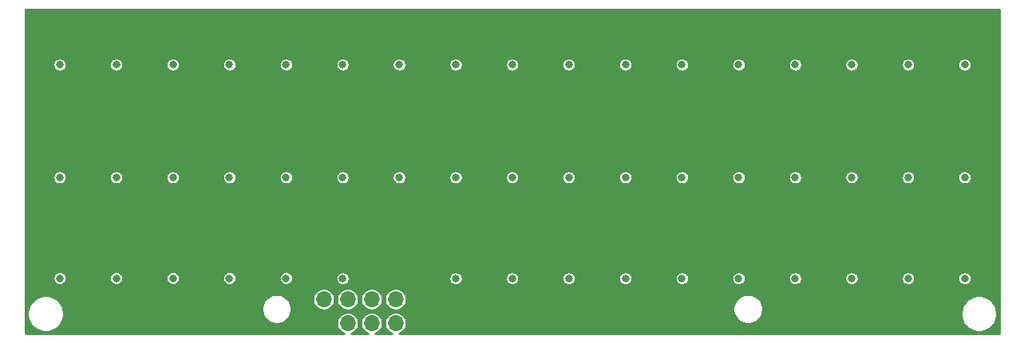
<source format=gbr>
G04 #@! TF.GenerationSoftware,KiCad,Pcbnew,(5.1.5-0-10_14)*
G04 #@! TF.CreationDate,2020-04-22T00:02:06+01:00*
G04 #@! TF.ProjectId,Display,44697370-6c61-4792-9e6b-696361645f70,rev?*
G04 #@! TF.SameCoordinates,Original*
G04 #@! TF.FileFunction,Copper,L2,Inr*
G04 #@! TF.FilePolarity,Positive*
%FSLAX46Y46*%
G04 Gerber Fmt 4.6, Leading zero omitted, Abs format (unit mm)*
G04 Created by KiCad (PCBNEW (5.1.5-0-10_14)) date 2020-04-22 00:02:06*
%MOMM*%
%LPD*%
G04 APERTURE LIST*
%ADD10O,1.700000X1.700000*%
%ADD11R,1.700000X1.700000*%
%ADD12C,0.800000*%
%ADD13C,0.254000*%
G04 APERTURE END LIST*
D10*
X169620000Y-87960000D03*
X169620000Y-90500000D03*
X167080000Y-87960000D03*
X167080000Y-90500000D03*
X164540000Y-87960000D03*
X164540000Y-90500000D03*
X162000000Y-87960000D03*
D11*
X162000000Y-90500000D03*
D12*
X133999994Y-58250000D03*
X146000000Y-58250000D03*
X152000000Y-58250000D03*
X158000000Y-58250000D03*
X164000000Y-58250000D03*
X170000000Y-58250000D03*
X176000000Y-58250000D03*
X182000000Y-58250000D03*
X188000000Y-58250000D03*
X194000000Y-58250000D03*
X200000000Y-58250000D03*
X206000000Y-58250000D03*
X212000000Y-58250000D03*
X218000000Y-58250000D03*
X224000000Y-58250000D03*
X230000000Y-58250000D03*
X140000000Y-58250000D03*
X134000000Y-81000000D03*
X134000000Y-69000000D03*
X140000000Y-69000000D03*
X146000000Y-69000000D03*
X152000000Y-69000000D03*
X146000000Y-81000000D03*
X152000000Y-81000000D03*
X158000000Y-81000000D03*
X164000000Y-81000000D03*
X158000000Y-69000000D03*
X164000000Y-69000000D03*
X170000000Y-69000000D03*
X170000000Y-81000000D03*
X176000000Y-81000000D03*
X176000000Y-69000000D03*
X182000000Y-69000000D03*
X182000000Y-81000000D03*
X188000000Y-81000000D03*
X188000000Y-69000000D03*
X194000000Y-69000000D03*
X194000000Y-81000000D03*
X200000000Y-81000000D03*
X200000000Y-69000000D03*
X206000000Y-69000000D03*
X206000000Y-81000000D03*
X212000000Y-81000000D03*
X212000000Y-69000000D03*
X218000000Y-69000000D03*
X218000000Y-81000000D03*
X224000000Y-81000000D03*
X224000000Y-69000000D03*
X230000000Y-69000000D03*
X230000000Y-81000000D03*
X140000000Y-81000000D03*
X141899988Y-63900000D03*
X153900000Y-63900000D03*
X165900000Y-63900000D03*
X177900000Y-63900000D03*
X189900000Y-63900000D03*
X201900000Y-63900000D03*
X213900000Y-63900000D03*
X225900000Y-63900000D03*
X141900000Y-75900000D03*
X153900000Y-75900000D03*
X165900000Y-75900000D03*
X177900000Y-75900000D03*
X189900000Y-75900000D03*
X201900000Y-75900000D03*
X213900000Y-75900000D03*
X225900000Y-75900000D03*
X179300000Y-90400000D03*
X140000000Y-63000002D03*
X146000000Y-63000000D03*
X152000000Y-63000000D03*
X157999994Y-63000000D03*
X164000000Y-63000000D03*
X170000000Y-63000000D03*
X176000000Y-62999994D03*
X182000000Y-63000000D03*
X188000008Y-63000000D03*
X194000000Y-63000000D03*
X200000000Y-62999990D03*
X206000000Y-63000000D03*
X212000000Y-63000000D03*
X218000000Y-63000010D03*
X224000000Y-63000006D03*
X230000000Y-63000000D03*
X134000000Y-75000000D03*
X140000000Y-75000000D03*
X146000000Y-75000000D03*
X152000000Y-75000000D03*
X164000000Y-75000000D03*
X158000000Y-75000000D03*
X170000000Y-75000000D03*
X176000000Y-75000000D03*
X182000000Y-75000000D03*
X188000000Y-75000000D03*
X194000000Y-75000000D03*
X200000000Y-75000000D03*
X206000000Y-75000000D03*
X212000000Y-75000000D03*
X218000000Y-75000000D03*
X224000000Y-75000000D03*
X230000000Y-75000000D03*
X164000000Y-85750000D03*
X176000000Y-85750000D03*
X182000000Y-85750000D03*
X188000000Y-85750000D03*
X194000000Y-85750000D03*
X200000000Y-85750000D03*
X206000000Y-85750000D03*
X212000000Y-85750000D03*
X218000000Y-85750000D03*
X224000000Y-85750000D03*
X230000000Y-85750000D03*
X134000000Y-63000000D03*
X152000000Y-85724979D03*
X146000000Y-85724979D03*
X140000000Y-85724979D03*
X134000000Y-85724979D03*
X158000000Y-85724979D03*
D13*
G36*
X233623001Y-91623000D02*
G01*
X169984488Y-91623000D01*
X170177519Y-91543044D01*
X170370294Y-91414236D01*
X170534236Y-91250294D01*
X170663044Y-91057519D01*
X170751769Y-90843318D01*
X170797000Y-90615924D01*
X170797000Y-90384076D01*
X170751769Y-90156682D01*
X170663044Y-89942481D01*
X170534236Y-89749706D01*
X170370294Y-89585764D01*
X170177519Y-89456956D01*
X169963318Y-89368231D01*
X169735924Y-89323000D01*
X169504076Y-89323000D01*
X169276682Y-89368231D01*
X169062481Y-89456956D01*
X168869706Y-89585764D01*
X168705764Y-89749706D01*
X168576956Y-89942481D01*
X168488231Y-90156682D01*
X168443000Y-90384076D01*
X168443000Y-90615924D01*
X168488231Y-90843318D01*
X168576956Y-91057519D01*
X168705764Y-91250294D01*
X168869706Y-91414236D01*
X169062481Y-91543044D01*
X169255512Y-91623000D01*
X167444488Y-91623000D01*
X167637519Y-91543044D01*
X167830294Y-91414236D01*
X167994236Y-91250294D01*
X168123044Y-91057519D01*
X168211769Y-90843318D01*
X168257000Y-90615924D01*
X168257000Y-90384076D01*
X168211769Y-90156682D01*
X168123044Y-89942481D01*
X167994236Y-89749706D01*
X167830294Y-89585764D01*
X167637519Y-89456956D01*
X167423318Y-89368231D01*
X167195924Y-89323000D01*
X166964076Y-89323000D01*
X166736682Y-89368231D01*
X166522481Y-89456956D01*
X166329706Y-89585764D01*
X166165764Y-89749706D01*
X166036956Y-89942481D01*
X165948231Y-90156682D01*
X165903000Y-90384076D01*
X165903000Y-90615924D01*
X165948231Y-90843318D01*
X166036956Y-91057519D01*
X166165764Y-91250294D01*
X166329706Y-91414236D01*
X166522481Y-91543044D01*
X166715512Y-91623000D01*
X164904488Y-91623000D01*
X165097519Y-91543044D01*
X165290294Y-91414236D01*
X165454236Y-91250294D01*
X165583044Y-91057519D01*
X165671769Y-90843318D01*
X165717000Y-90615924D01*
X165717000Y-90384076D01*
X165671769Y-90156682D01*
X165583044Y-89942481D01*
X165454236Y-89749706D01*
X165290294Y-89585764D01*
X165097519Y-89456956D01*
X164883318Y-89368231D01*
X164655924Y-89323000D01*
X164424076Y-89323000D01*
X164196682Y-89368231D01*
X163982481Y-89456956D01*
X163789706Y-89585764D01*
X163625764Y-89749706D01*
X163496956Y-89942481D01*
X163408231Y-90156682D01*
X163363000Y-90384076D01*
X163363000Y-90615924D01*
X163408231Y-90843318D01*
X163496956Y-91057519D01*
X163625764Y-91250294D01*
X163789706Y-91414236D01*
X163982481Y-91543044D01*
X164175512Y-91623000D01*
X130377000Y-91623000D01*
X130377000Y-89310207D01*
X130573000Y-89310207D01*
X130573000Y-89689793D01*
X130647053Y-90062085D01*
X130792315Y-90412777D01*
X131003201Y-90728391D01*
X131271609Y-90996799D01*
X131587223Y-91207685D01*
X131937915Y-91352947D01*
X132310207Y-91427000D01*
X132689793Y-91427000D01*
X133062085Y-91352947D01*
X133412777Y-91207685D01*
X133728391Y-90996799D01*
X133996799Y-90728391D01*
X134207685Y-90412777D01*
X134352947Y-90062085D01*
X134427000Y-89689793D01*
X134427000Y-89310207D01*
X134352947Y-88937915D01*
X134314328Y-88844679D01*
X155423000Y-88844679D01*
X155423000Y-89155321D01*
X155483604Y-89459994D01*
X155602481Y-89746989D01*
X155775064Y-90005279D01*
X155994721Y-90224936D01*
X156253011Y-90397519D01*
X156540006Y-90516396D01*
X156844679Y-90577000D01*
X157155321Y-90577000D01*
X157459994Y-90516396D01*
X157746989Y-90397519D01*
X158005279Y-90224936D01*
X158224936Y-90005279D01*
X158397519Y-89746989D01*
X158516396Y-89459994D01*
X158577000Y-89155321D01*
X158577000Y-88844679D01*
X158516396Y-88540006D01*
X158397519Y-88253011D01*
X158224936Y-87994721D01*
X158074291Y-87844076D01*
X160823000Y-87844076D01*
X160823000Y-88075924D01*
X160868231Y-88303318D01*
X160956956Y-88517519D01*
X161085764Y-88710294D01*
X161249706Y-88874236D01*
X161442481Y-89003044D01*
X161656682Y-89091769D01*
X161884076Y-89137000D01*
X162115924Y-89137000D01*
X162343318Y-89091769D01*
X162557519Y-89003044D01*
X162750294Y-88874236D01*
X162914236Y-88710294D01*
X163043044Y-88517519D01*
X163131769Y-88303318D01*
X163177000Y-88075924D01*
X163177000Y-87844076D01*
X163363000Y-87844076D01*
X163363000Y-88075924D01*
X163408231Y-88303318D01*
X163496956Y-88517519D01*
X163625764Y-88710294D01*
X163789706Y-88874236D01*
X163982481Y-89003044D01*
X164196682Y-89091769D01*
X164424076Y-89137000D01*
X164655924Y-89137000D01*
X164883318Y-89091769D01*
X165097519Y-89003044D01*
X165290294Y-88874236D01*
X165454236Y-88710294D01*
X165583044Y-88517519D01*
X165671769Y-88303318D01*
X165717000Y-88075924D01*
X165717000Y-87844076D01*
X165903000Y-87844076D01*
X165903000Y-88075924D01*
X165948231Y-88303318D01*
X166036956Y-88517519D01*
X166165764Y-88710294D01*
X166329706Y-88874236D01*
X166522481Y-89003044D01*
X166736682Y-89091769D01*
X166964076Y-89137000D01*
X167195924Y-89137000D01*
X167423318Y-89091769D01*
X167637519Y-89003044D01*
X167830294Y-88874236D01*
X167994236Y-88710294D01*
X168123044Y-88517519D01*
X168211769Y-88303318D01*
X168257000Y-88075924D01*
X168257000Y-87844076D01*
X168443000Y-87844076D01*
X168443000Y-88075924D01*
X168488231Y-88303318D01*
X168576956Y-88517519D01*
X168705764Y-88710294D01*
X168869706Y-88874236D01*
X169062481Y-89003044D01*
X169276682Y-89091769D01*
X169504076Y-89137000D01*
X169735924Y-89137000D01*
X169963318Y-89091769D01*
X170177519Y-89003044D01*
X170370294Y-88874236D01*
X170399851Y-88844679D01*
X205423000Y-88844679D01*
X205423000Y-89155321D01*
X205483604Y-89459994D01*
X205602481Y-89746989D01*
X205775064Y-90005279D01*
X205994721Y-90224936D01*
X206253011Y-90397519D01*
X206540006Y-90516396D01*
X206844679Y-90577000D01*
X207155321Y-90577000D01*
X207459994Y-90516396D01*
X207746989Y-90397519D01*
X208005279Y-90224936D01*
X208224936Y-90005279D01*
X208397519Y-89746989D01*
X208516396Y-89459994D01*
X208546190Y-89310207D01*
X229573000Y-89310207D01*
X229573000Y-89689793D01*
X229647053Y-90062085D01*
X229792315Y-90412777D01*
X230003201Y-90728391D01*
X230271609Y-90996799D01*
X230587223Y-91207685D01*
X230937915Y-91352947D01*
X231310207Y-91427000D01*
X231689793Y-91427000D01*
X232062085Y-91352947D01*
X232412777Y-91207685D01*
X232728391Y-90996799D01*
X232996799Y-90728391D01*
X233207685Y-90412777D01*
X233352947Y-90062085D01*
X233427000Y-89689793D01*
X233427000Y-89310207D01*
X233352947Y-88937915D01*
X233207685Y-88587223D01*
X232996799Y-88271609D01*
X232728391Y-88003201D01*
X232412777Y-87792315D01*
X232062085Y-87647053D01*
X231689793Y-87573000D01*
X231310207Y-87573000D01*
X230937915Y-87647053D01*
X230587223Y-87792315D01*
X230271609Y-88003201D01*
X230003201Y-88271609D01*
X229792315Y-88587223D01*
X229647053Y-88937915D01*
X229573000Y-89310207D01*
X208546190Y-89310207D01*
X208577000Y-89155321D01*
X208577000Y-88844679D01*
X208516396Y-88540006D01*
X208397519Y-88253011D01*
X208224936Y-87994721D01*
X208005279Y-87775064D01*
X207746989Y-87602481D01*
X207459994Y-87483604D01*
X207155321Y-87423000D01*
X206844679Y-87423000D01*
X206540006Y-87483604D01*
X206253011Y-87602481D01*
X205994721Y-87775064D01*
X205775064Y-87994721D01*
X205602481Y-88253011D01*
X205483604Y-88540006D01*
X205423000Y-88844679D01*
X170399851Y-88844679D01*
X170534236Y-88710294D01*
X170663044Y-88517519D01*
X170751769Y-88303318D01*
X170797000Y-88075924D01*
X170797000Y-87844076D01*
X170751769Y-87616682D01*
X170663044Y-87402481D01*
X170534236Y-87209706D01*
X170370294Y-87045764D01*
X170177519Y-86916956D01*
X169963318Y-86828231D01*
X169735924Y-86783000D01*
X169504076Y-86783000D01*
X169276682Y-86828231D01*
X169062481Y-86916956D01*
X168869706Y-87045764D01*
X168705764Y-87209706D01*
X168576956Y-87402481D01*
X168488231Y-87616682D01*
X168443000Y-87844076D01*
X168257000Y-87844076D01*
X168211769Y-87616682D01*
X168123044Y-87402481D01*
X167994236Y-87209706D01*
X167830294Y-87045764D01*
X167637519Y-86916956D01*
X167423318Y-86828231D01*
X167195924Y-86783000D01*
X166964076Y-86783000D01*
X166736682Y-86828231D01*
X166522481Y-86916956D01*
X166329706Y-87045764D01*
X166165764Y-87209706D01*
X166036956Y-87402481D01*
X165948231Y-87616682D01*
X165903000Y-87844076D01*
X165717000Y-87844076D01*
X165671769Y-87616682D01*
X165583044Y-87402481D01*
X165454236Y-87209706D01*
X165290294Y-87045764D01*
X165097519Y-86916956D01*
X164883318Y-86828231D01*
X164655924Y-86783000D01*
X164424076Y-86783000D01*
X164196682Y-86828231D01*
X163982481Y-86916956D01*
X163789706Y-87045764D01*
X163625764Y-87209706D01*
X163496956Y-87402481D01*
X163408231Y-87616682D01*
X163363000Y-87844076D01*
X163177000Y-87844076D01*
X163131769Y-87616682D01*
X163043044Y-87402481D01*
X162914236Y-87209706D01*
X162750294Y-87045764D01*
X162557519Y-86916956D01*
X162343318Y-86828231D01*
X162115924Y-86783000D01*
X161884076Y-86783000D01*
X161656682Y-86828231D01*
X161442481Y-86916956D01*
X161249706Y-87045764D01*
X161085764Y-87209706D01*
X160956956Y-87402481D01*
X160868231Y-87616682D01*
X160823000Y-87844076D01*
X158074291Y-87844076D01*
X158005279Y-87775064D01*
X157746989Y-87602481D01*
X157459994Y-87483604D01*
X157155321Y-87423000D01*
X156844679Y-87423000D01*
X156540006Y-87483604D01*
X156253011Y-87602481D01*
X155994721Y-87775064D01*
X155775064Y-87994721D01*
X155602481Y-88253011D01*
X155483604Y-88540006D01*
X155423000Y-88844679D01*
X134314328Y-88844679D01*
X134207685Y-88587223D01*
X133996799Y-88271609D01*
X133728391Y-88003201D01*
X133412777Y-87792315D01*
X133062085Y-87647053D01*
X132689793Y-87573000D01*
X132310207Y-87573000D01*
X131937915Y-87647053D01*
X131587223Y-87792315D01*
X131271609Y-88003201D01*
X131003201Y-88271609D01*
X130792315Y-88587223D01*
X130647053Y-88937915D01*
X130573000Y-89310207D01*
X130377000Y-89310207D01*
X130377000Y-85653376D01*
X133273000Y-85653376D01*
X133273000Y-85796582D01*
X133300938Y-85937037D01*
X133355741Y-86069343D01*
X133435302Y-86188415D01*
X133536564Y-86289677D01*
X133655636Y-86369238D01*
X133787942Y-86424041D01*
X133928397Y-86451979D01*
X134071603Y-86451979D01*
X134212058Y-86424041D01*
X134344364Y-86369238D01*
X134463436Y-86289677D01*
X134564698Y-86188415D01*
X134644259Y-86069343D01*
X134699062Y-85937037D01*
X134727000Y-85796582D01*
X134727000Y-85653376D01*
X139273000Y-85653376D01*
X139273000Y-85796582D01*
X139300938Y-85937037D01*
X139355741Y-86069343D01*
X139435302Y-86188415D01*
X139536564Y-86289677D01*
X139655636Y-86369238D01*
X139787942Y-86424041D01*
X139928397Y-86451979D01*
X140071603Y-86451979D01*
X140212058Y-86424041D01*
X140344364Y-86369238D01*
X140463436Y-86289677D01*
X140564698Y-86188415D01*
X140644259Y-86069343D01*
X140699062Y-85937037D01*
X140727000Y-85796582D01*
X140727000Y-85653376D01*
X145273000Y-85653376D01*
X145273000Y-85796582D01*
X145300938Y-85937037D01*
X145355741Y-86069343D01*
X145435302Y-86188415D01*
X145536564Y-86289677D01*
X145655636Y-86369238D01*
X145787942Y-86424041D01*
X145928397Y-86451979D01*
X146071603Y-86451979D01*
X146212058Y-86424041D01*
X146344364Y-86369238D01*
X146463436Y-86289677D01*
X146564698Y-86188415D01*
X146644259Y-86069343D01*
X146699062Y-85937037D01*
X146727000Y-85796582D01*
X146727000Y-85653376D01*
X151273000Y-85653376D01*
X151273000Y-85796582D01*
X151300938Y-85937037D01*
X151355741Y-86069343D01*
X151435302Y-86188415D01*
X151536564Y-86289677D01*
X151655636Y-86369238D01*
X151787942Y-86424041D01*
X151928397Y-86451979D01*
X152071603Y-86451979D01*
X152212058Y-86424041D01*
X152344364Y-86369238D01*
X152463436Y-86289677D01*
X152564698Y-86188415D01*
X152644259Y-86069343D01*
X152699062Y-85937037D01*
X152727000Y-85796582D01*
X152727000Y-85653376D01*
X157273000Y-85653376D01*
X157273000Y-85796582D01*
X157300938Y-85937037D01*
X157355741Y-86069343D01*
X157435302Y-86188415D01*
X157536564Y-86289677D01*
X157655636Y-86369238D01*
X157787942Y-86424041D01*
X157928397Y-86451979D01*
X158071603Y-86451979D01*
X158212058Y-86424041D01*
X158344364Y-86369238D01*
X158463436Y-86289677D01*
X158564698Y-86188415D01*
X158644259Y-86069343D01*
X158699062Y-85937037D01*
X158727000Y-85796582D01*
X158727000Y-85678397D01*
X163273000Y-85678397D01*
X163273000Y-85821603D01*
X163300938Y-85962058D01*
X163355741Y-86094364D01*
X163435302Y-86213436D01*
X163536564Y-86314698D01*
X163655636Y-86394259D01*
X163787942Y-86449062D01*
X163928397Y-86477000D01*
X164071603Y-86477000D01*
X164212058Y-86449062D01*
X164344364Y-86394259D01*
X164463436Y-86314698D01*
X164564698Y-86213436D01*
X164644259Y-86094364D01*
X164699062Y-85962058D01*
X164727000Y-85821603D01*
X164727000Y-85678397D01*
X175273000Y-85678397D01*
X175273000Y-85821603D01*
X175300938Y-85962058D01*
X175355741Y-86094364D01*
X175435302Y-86213436D01*
X175536564Y-86314698D01*
X175655636Y-86394259D01*
X175787942Y-86449062D01*
X175928397Y-86477000D01*
X176071603Y-86477000D01*
X176212058Y-86449062D01*
X176344364Y-86394259D01*
X176463436Y-86314698D01*
X176564698Y-86213436D01*
X176644259Y-86094364D01*
X176699062Y-85962058D01*
X176727000Y-85821603D01*
X176727000Y-85678397D01*
X181273000Y-85678397D01*
X181273000Y-85821603D01*
X181300938Y-85962058D01*
X181355741Y-86094364D01*
X181435302Y-86213436D01*
X181536564Y-86314698D01*
X181655636Y-86394259D01*
X181787942Y-86449062D01*
X181928397Y-86477000D01*
X182071603Y-86477000D01*
X182212058Y-86449062D01*
X182344364Y-86394259D01*
X182463436Y-86314698D01*
X182564698Y-86213436D01*
X182644259Y-86094364D01*
X182699062Y-85962058D01*
X182727000Y-85821603D01*
X182727000Y-85678397D01*
X187273000Y-85678397D01*
X187273000Y-85821603D01*
X187300938Y-85962058D01*
X187355741Y-86094364D01*
X187435302Y-86213436D01*
X187536564Y-86314698D01*
X187655636Y-86394259D01*
X187787942Y-86449062D01*
X187928397Y-86477000D01*
X188071603Y-86477000D01*
X188212058Y-86449062D01*
X188344364Y-86394259D01*
X188463436Y-86314698D01*
X188564698Y-86213436D01*
X188644259Y-86094364D01*
X188699062Y-85962058D01*
X188727000Y-85821603D01*
X188727000Y-85678397D01*
X193273000Y-85678397D01*
X193273000Y-85821603D01*
X193300938Y-85962058D01*
X193355741Y-86094364D01*
X193435302Y-86213436D01*
X193536564Y-86314698D01*
X193655636Y-86394259D01*
X193787942Y-86449062D01*
X193928397Y-86477000D01*
X194071603Y-86477000D01*
X194212058Y-86449062D01*
X194344364Y-86394259D01*
X194463436Y-86314698D01*
X194564698Y-86213436D01*
X194644259Y-86094364D01*
X194699062Y-85962058D01*
X194727000Y-85821603D01*
X194727000Y-85678397D01*
X199273000Y-85678397D01*
X199273000Y-85821603D01*
X199300938Y-85962058D01*
X199355741Y-86094364D01*
X199435302Y-86213436D01*
X199536564Y-86314698D01*
X199655636Y-86394259D01*
X199787942Y-86449062D01*
X199928397Y-86477000D01*
X200071603Y-86477000D01*
X200212058Y-86449062D01*
X200344364Y-86394259D01*
X200463436Y-86314698D01*
X200564698Y-86213436D01*
X200644259Y-86094364D01*
X200699062Y-85962058D01*
X200727000Y-85821603D01*
X200727000Y-85678397D01*
X205273000Y-85678397D01*
X205273000Y-85821603D01*
X205300938Y-85962058D01*
X205355741Y-86094364D01*
X205435302Y-86213436D01*
X205536564Y-86314698D01*
X205655636Y-86394259D01*
X205787942Y-86449062D01*
X205928397Y-86477000D01*
X206071603Y-86477000D01*
X206212058Y-86449062D01*
X206344364Y-86394259D01*
X206463436Y-86314698D01*
X206564698Y-86213436D01*
X206644259Y-86094364D01*
X206699062Y-85962058D01*
X206727000Y-85821603D01*
X206727000Y-85678397D01*
X211273000Y-85678397D01*
X211273000Y-85821603D01*
X211300938Y-85962058D01*
X211355741Y-86094364D01*
X211435302Y-86213436D01*
X211536564Y-86314698D01*
X211655636Y-86394259D01*
X211787942Y-86449062D01*
X211928397Y-86477000D01*
X212071603Y-86477000D01*
X212212058Y-86449062D01*
X212344364Y-86394259D01*
X212463436Y-86314698D01*
X212564698Y-86213436D01*
X212644259Y-86094364D01*
X212699062Y-85962058D01*
X212727000Y-85821603D01*
X212727000Y-85678397D01*
X217273000Y-85678397D01*
X217273000Y-85821603D01*
X217300938Y-85962058D01*
X217355741Y-86094364D01*
X217435302Y-86213436D01*
X217536564Y-86314698D01*
X217655636Y-86394259D01*
X217787942Y-86449062D01*
X217928397Y-86477000D01*
X218071603Y-86477000D01*
X218212058Y-86449062D01*
X218344364Y-86394259D01*
X218463436Y-86314698D01*
X218564698Y-86213436D01*
X218644259Y-86094364D01*
X218699062Y-85962058D01*
X218727000Y-85821603D01*
X218727000Y-85678397D01*
X223273000Y-85678397D01*
X223273000Y-85821603D01*
X223300938Y-85962058D01*
X223355741Y-86094364D01*
X223435302Y-86213436D01*
X223536564Y-86314698D01*
X223655636Y-86394259D01*
X223787942Y-86449062D01*
X223928397Y-86477000D01*
X224071603Y-86477000D01*
X224212058Y-86449062D01*
X224344364Y-86394259D01*
X224463436Y-86314698D01*
X224564698Y-86213436D01*
X224644259Y-86094364D01*
X224699062Y-85962058D01*
X224727000Y-85821603D01*
X224727000Y-85678397D01*
X229273000Y-85678397D01*
X229273000Y-85821603D01*
X229300938Y-85962058D01*
X229355741Y-86094364D01*
X229435302Y-86213436D01*
X229536564Y-86314698D01*
X229655636Y-86394259D01*
X229787942Y-86449062D01*
X229928397Y-86477000D01*
X230071603Y-86477000D01*
X230212058Y-86449062D01*
X230344364Y-86394259D01*
X230463436Y-86314698D01*
X230564698Y-86213436D01*
X230644259Y-86094364D01*
X230699062Y-85962058D01*
X230727000Y-85821603D01*
X230727000Y-85678397D01*
X230699062Y-85537942D01*
X230644259Y-85405636D01*
X230564698Y-85286564D01*
X230463436Y-85185302D01*
X230344364Y-85105741D01*
X230212058Y-85050938D01*
X230071603Y-85023000D01*
X229928397Y-85023000D01*
X229787942Y-85050938D01*
X229655636Y-85105741D01*
X229536564Y-85185302D01*
X229435302Y-85286564D01*
X229355741Y-85405636D01*
X229300938Y-85537942D01*
X229273000Y-85678397D01*
X224727000Y-85678397D01*
X224699062Y-85537942D01*
X224644259Y-85405636D01*
X224564698Y-85286564D01*
X224463436Y-85185302D01*
X224344364Y-85105741D01*
X224212058Y-85050938D01*
X224071603Y-85023000D01*
X223928397Y-85023000D01*
X223787942Y-85050938D01*
X223655636Y-85105741D01*
X223536564Y-85185302D01*
X223435302Y-85286564D01*
X223355741Y-85405636D01*
X223300938Y-85537942D01*
X223273000Y-85678397D01*
X218727000Y-85678397D01*
X218699062Y-85537942D01*
X218644259Y-85405636D01*
X218564698Y-85286564D01*
X218463436Y-85185302D01*
X218344364Y-85105741D01*
X218212058Y-85050938D01*
X218071603Y-85023000D01*
X217928397Y-85023000D01*
X217787942Y-85050938D01*
X217655636Y-85105741D01*
X217536564Y-85185302D01*
X217435302Y-85286564D01*
X217355741Y-85405636D01*
X217300938Y-85537942D01*
X217273000Y-85678397D01*
X212727000Y-85678397D01*
X212699062Y-85537942D01*
X212644259Y-85405636D01*
X212564698Y-85286564D01*
X212463436Y-85185302D01*
X212344364Y-85105741D01*
X212212058Y-85050938D01*
X212071603Y-85023000D01*
X211928397Y-85023000D01*
X211787942Y-85050938D01*
X211655636Y-85105741D01*
X211536564Y-85185302D01*
X211435302Y-85286564D01*
X211355741Y-85405636D01*
X211300938Y-85537942D01*
X211273000Y-85678397D01*
X206727000Y-85678397D01*
X206699062Y-85537942D01*
X206644259Y-85405636D01*
X206564698Y-85286564D01*
X206463436Y-85185302D01*
X206344364Y-85105741D01*
X206212058Y-85050938D01*
X206071603Y-85023000D01*
X205928397Y-85023000D01*
X205787942Y-85050938D01*
X205655636Y-85105741D01*
X205536564Y-85185302D01*
X205435302Y-85286564D01*
X205355741Y-85405636D01*
X205300938Y-85537942D01*
X205273000Y-85678397D01*
X200727000Y-85678397D01*
X200699062Y-85537942D01*
X200644259Y-85405636D01*
X200564698Y-85286564D01*
X200463436Y-85185302D01*
X200344364Y-85105741D01*
X200212058Y-85050938D01*
X200071603Y-85023000D01*
X199928397Y-85023000D01*
X199787942Y-85050938D01*
X199655636Y-85105741D01*
X199536564Y-85185302D01*
X199435302Y-85286564D01*
X199355741Y-85405636D01*
X199300938Y-85537942D01*
X199273000Y-85678397D01*
X194727000Y-85678397D01*
X194699062Y-85537942D01*
X194644259Y-85405636D01*
X194564698Y-85286564D01*
X194463436Y-85185302D01*
X194344364Y-85105741D01*
X194212058Y-85050938D01*
X194071603Y-85023000D01*
X193928397Y-85023000D01*
X193787942Y-85050938D01*
X193655636Y-85105741D01*
X193536564Y-85185302D01*
X193435302Y-85286564D01*
X193355741Y-85405636D01*
X193300938Y-85537942D01*
X193273000Y-85678397D01*
X188727000Y-85678397D01*
X188699062Y-85537942D01*
X188644259Y-85405636D01*
X188564698Y-85286564D01*
X188463436Y-85185302D01*
X188344364Y-85105741D01*
X188212058Y-85050938D01*
X188071603Y-85023000D01*
X187928397Y-85023000D01*
X187787942Y-85050938D01*
X187655636Y-85105741D01*
X187536564Y-85185302D01*
X187435302Y-85286564D01*
X187355741Y-85405636D01*
X187300938Y-85537942D01*
X187273000Y-85678397D01*
X182727000Y-85678397D01*
X182699062Y-85537942D01*
X182644259Y-85405636D01*
X182564698Y-85286564D01*
X182463436Y-85185302D01*
X182344364Y-85105741D01*
X182212058Y-85050938D01*
X182071603Y-85023000D01*
X181928397Y-85023000D01*
X181787942Y-85050938D01*
X181655636Y-85105741D01*
X181536564Y-85185302D01*
X181435302Y-85286564D01*
X181355741Y-85405636D01*
X181300938Y-85537942D01*
X181273000Y-85678397D01*
X176727000Y-85678397D01*
X176699062Y-85537942D01*
X176644259Y-85405636D01*
X176564698Y-85286564D01*
X176463436Y-85185302D01*
X176344364Y-85105741D01*
X176212058Y-85050938D01*
X176071603Y-85023000D01*
X175928397Y-85023000D01*
X175787942Y-85050938D01*
X175655636Y-85105741D01*
X175536564Y-85185302D01*
X175435302Y-85286564D01*
X175355741Y-85405636D01*
X175300938Y-85537942D01*
X175273000Y-85678397D01*
X164727000Y-85678397D01*
X164699062Y-85537942D01*
X164644259Y-85405636D01*
X164564698Y-85286564D01*
X164463436Y-85185302D01*
X164344364Y-85105741D01*
X164212058Y-85050938D01*
X164071603Y-85023000D01*
X163928397Y-85023000D01*
X163787942Y-85050938D01*
X163655636Y-85105741D01*
X163536564Y-85185302D01*
X163435302Y-85286564D01*
X163355741Y-85405636D01*
X163300938Y-85537942D01*
X163273000Y-85678397D01*
X158727000Y-85678397D01*
X158727000Y-85653376D01*
X158699062Y-85512921D01*
X158644259Y-85380615D01*
X158564698Y-85261543D01*
X158463436Y-85160281D01*
X158344364Y-85080720D01*
X158212058Y-85025917D01*
X158071603Y-84997979D01*
X157928397Y-84997979D01*
X157787942Y-85025917D01*
X157655636Y-85080720D01*
X157536564Y-85160281D01*
X157435302Y-85261543D01*
X157355741Y-85380615D01*
X157300938Y-85512921D01*
X157273000Y-85653376D01*
X152727000Y-85653376D01*
X152699062Y-85512921D01*
X152644259Y-85380615D01*
X152564698Y-85261543D01*
X152463436Y-85160281D01*
X152344364Y-85080720D01*
X152212058Y-85025917D01*
X152071603Y-84997979D01*
X151928397Y-84997979D01*
X151787942Y-85025917D01*
X151655636Y-85080720D01*
X151536564Y-85160281D01*
X151435302Y-85261543D01*
X151355741Y-85380615D01*
X151300938Y-85512921D01*
X151273000Y-85653376D01*
X146727000Y-85653376D01*
X146699062Y-85512921D01*
X146644259Y-85380615D01*
X146564698Y-85261543D01*
X146463436Y-85160281D01*
X146344364Y-85080720D01*
X146212058Y-85025917D01*
X146071603Y-84997979D01*
X145928397Y-84997979D01*
X145787942Y-85025917D01*
X145655636Y-85080720D01*
X145536564Y-85160281D01*
X145435302Y-85261543D01*
X145355741Y-85380615D01*
X145300938Y-85512921D01*
X145273000Y-85653376D01*
X140727000Y-85653376D01*
X140699062Y-85512921D01*
X140644259Y-85380615D01*
X140564698Y-85261543D01*
X140463436Y-85160281D01*
X140344364Y-85080720D01*
X140212058Y-85025917D01*
X140071603Y-84997979D01*
X139928397Y-84997979D01*
X139787942Y-85025917D01*
X139655636Y-85080720D01*
X139536564Y-85160281D01*
X139435302Y-85261543D01*
X139355741Y-85380615D01*
X139300938Y-85512921D01*
X139273000Y-85653376D01*
X134727000Y-85653376D01*
X134699062Y-85512921D01*
X134644259Y-85380615D01*
X134564698Y-85261543D01*
X134463436Y-85160281D01*
X134344364Y-85080720D01*
X134212058Y-85025917D01*
X134071603Y-84997979D01*
X133928397Y-84997979D01*
X133787942Y-85025917D01*
X133655636Y-85080720D01*
X133536564Y-85160281D01*
X133435302Y-85261543D01*
X133355741Y-85380615D01*
X133300938Y-85512921D01*
X133273000Y-85653376D01*
X130377000Y-85653376D01*
X130377000Y-74928397D01*
X133273000Y-74928397D01*
X133273000Y-75071603D01*
X133300938Y-75212058D01*
X133355741Y-75344364D01*
X133435302Y-75463436D01*
X133536564Y-75564698D01*
X133655636Y-75644259D01*
X133787942Y-75699062D01*
X133928397Y-75727000D01*
X134071603Y-75727000D01*
X134212058Y-75699062D01*
X134344364Y-75644259D01*
X134463436Y-75564698D01*
X134564698Y-75463436D01*
X134644259Y-75344364D01*
X134699062Y-75212058D01*
X134727000Y-75071603D01*
X134727000Y-74928397D01*
X139273000Y-74928397D01*
X139273000Y-75071603D01*
X139300938Y-75212058D01*
X139355741Y-75344364D01*
X139435302Y-75463436D01*
X139536564Y-75564698D01*
X139655636Y-75644259D01*
X139787942Y-75699062D01*
X139928397Y-75727000D01*
X140071603Y-75727000D01*
X140212058Y-75699062D01*
X140344364Y-75644259D01*
X140463436Y-75564698D01*
X140564698Y-75463436D01*
X140644259Y-75344364D01*
X140699062Y-75212058D01*
X140727000Y-75071603D01*
X140727000Y-74928397D01*
X145273000Y-74928397D01*
X145273000Y-75071603D01*
X145300938Y-75212058D01*
X145355741Y-75344364D01*
X145435302Y-75463436D01*
X145536564Y-75564698D01*
X145655636Y-75644259D01*
X145787942Y-75699062D01*
X145928397Y-75727000D01*
X146071603Y-75727000D01*
X146212058Y-75699062D01*
X146344364Y-75644259D01*
X146463436Y-75564698D01*
X146564698Y-75463436D01*
X146644259Y-75344364D01*
X146699062Y-75212058D01*
X146727000Y-75071603D01*
X146727000Y-74928397D01*
X151273000Y-74928397D01*
X151273000Y-75071603D01*
X151300938Y-75212058D01*
X151355741Y-75344364D01*
X151435302Y-75463436D01*
X151536564Y-75564698D01*
X151655636Y-75644259D01*
X151787942Y-75699062D01*
X151928397Y-75727000D01*
X152071603Y-75727000D01*
X152212058Y-75699062D01*
X152344364Y-75644259D01*
X152463436Y-75564698D01*
X152564698Y-75463436D01*
X152644259Y-75344364D01*
X152699062Y-75212058D01*
X152727000Y-75071603D01*
X152727000Y-74928397D01*
X157273000Y-74928397D01*
X157273000Y-75071603D01*
X157300938Y-75212058D01*
X157355741Y-75344364D01*
X157435302Y-75463436D01*
X157536564Y-75564698D01*
X157655636Y-75644259D01*
X157787942Y-75699062D01*
X157928397Y-75727000D01*
X158071603Y-75727000D01*
X158212058Y-75699062D01*
X158344364Y-75644259D01*
X158463436Y-75564698D01*
X158564698Y-75463436D01*
X158644259Y-75344364D01*
X158699062Y-75212058D01*
X158727000Y-75071603D01*
X158727000Y-74928397D01*
X163273000Y-74928397D01*
X163273000Y-75071603D01*
X163300938Y-75212058D01*
X163355741Y-75344364D01*
X163435302Y-75463436D01*
X163536564Y-75564698D01*
X163655636Y-75644259D01*
X163787942Y-75699062D01*
X163928397Y-75727000D01*
X164071603Y-75727000D01*
X164212058Y-75699062D01*
X164344364Y-75644259D01*
X164463436Y-75564698D01*
X164564698Y-75463436D01*
X164644259Y-75344364D01*
X164699062Y-75212058D01*
X164727000Y-75071603D01*
X164727000Y-74928397D01*
X169273000Y-74928397D01*
X169273000Y-75071603D01*
X169300938Y-75212058D01*
X169355741Y-75344364D01*
X169435302Y-75463436D01*
X169536564Y-75564698D01*
X169655636Y-75644259D01*
X169787942Y-75699062D01*
X169928397Y-75727000D01*
X170071603Y-75727000D01*
X170212058Y-75699062D01*
X170344364Y-75644259D01*
X170463436Y-75564698D01*
X170564698Y-75463436D01*
X170644259Y-75344364D01*
X170699062Y-75212058D01*
X170727000Y-75071603D01*
X170727000Y-74928397D01*
X175273000Y-74928397D01*
X175273000Y-75071603D01*
X175300938Y-75212058D01*
X175355741Y-75344364D01*
X175435302Y-75463436D01*
X175536564Y-75564698D01*
X175655636Y-75644259D01*
X175787942Y-75699062D01*
X175928397Y-75727000D01*
X176071603Y-75727000D01*
X176212058Y-75699062D01*
X176344364Y-75644259D01*
X176463436Y-75564698D01*
X176564698Y-75463436D01*
X176644259Y-75344364D01*
X176699062Y-75212058D01*
X176727000Y-75071603D01*
X176727000Y-74928397D01*
X181273000Y-74928397D01*
X181273000Y-75071603D01*
X181300938Y-75212058D01*
X181355741Y-75344364D01*
X181435302Y-75463436D01*
X181536564Y-75564698D01*
X181655636Y-75644259D01*
X181787942Y-75699062D01*
X181928397Y-75727000D01*
X182071603Y-75727000D01*
X182212058Y-75699062D01*
X182344364Y-75644259D01*
X182463436Y-75564698D01*
X182564698Y-75463436D01*
X182644259Y-75344364D01*
X182699062Y-75212058D01*
X182727000Y-75071603D01*
X182727000Y-74928397D01*
X187273000Y-74928397D01*
X187273000Y-75071603D01*
X187300938Y-75212058D01*
X187355741Y-75344364D01*
X187435302Y-75463436D01*
X187536564Y-75564698D01*
X187655636Y-75644259D01*
X187787942Y-75699062D01*
X187928397Y-75727000D01*
X188071603Y-75727000D01*
X188212058Y-75699062D01*
X188344364Y-75644259D01*
X188463436Y-75564698D01*
X188564698Y-75463436D01*
X188644259Y-75344364D01*
X188699062Y-75212058D01*
X188727000Y-75071603D01*
X188727000Y-74928397D01*
X193273000Y-74928397D01*
X193273000Y-75071603D01*
X193300938Y-75212058D01*
X193355741Y-75344364D01*
X193435302Y-75463436D01*
X193536564Y-75564698D01*
X193655636Y-75644259D01*
X193787942Y-75699062D01*
X193928397Y-75727000D01*
X194071603Y-75727000D01*
X194212058Y-75699062D01*
X194344364Y-75644259D01*
X194463436Y-75564698D01*
X194564698Y-75463436D01*
X194644259Y-75344364D01*
X194699062Y-75212058D01*
X194727000Y-75071603D01*
X194727000Y-74928397D01*
X199273000Y-74928397D01*
X199273000Y-75071603D01*
X199300938Y-75212058D01*
X199355741Y-75344364D01*
X199435302Y-75463436D01*
X199536564Y-75564698D01*
X199655636Y-75644259D01*
X199787942Y-75699062D01*
X199928397Y-75727000D01*
X200071603Y-75727000D01*
X200212058Y-75699062D01*
X200344364Y-75644259D01*
X200463436Y-75564698D01*
X200564698Y-75463436D01*
X200644259Y-75344364D01*
X200699062Y-75212058D01*
X200727000Y-75071603D01*
X200727000Y-74928397D01*
X205273000Y-74928397D01*
X205273000Y-75071603D01*
X205300938Y-75212058D01*
X205355741Y-75344364D01*
X205435302Y-75463436D01*
X205536564Y-75564698D01*
X205655636Y-75644259D01*
X205787942Y-75699062D01*
X205928397Y-75727000D01*
X206071603Y-75727000D01*
X206212058Y-75699062D01*
X206344364Y-75644259D01*
X206463436Y-75564698D01*
X206564698Y-75463436D01*
X206644259Y-75344364D01*
X206699062Y-75212058D01*
X206727000Y-75071603D01*
X206727000Y-74928397D01*
X211273000Y-74928397D01*
X211273000Y-75071603D01*
X211300938Y-75212058D01*
X211355741Y-75344364D01*
X211435302Y-75463436D01*
X211536564Y-75564698D01*
X211655636Y-75644259D01*
X211787942Y-75699062D01*
X211928397Y-75727000D01*
X212071603Y-75727000D01*
X212212058Y-75699062D01*
X212344364Y-75644259D01*
X212463436Y-75564698D01*
X212564698Y-75463436D01*
X212644259Y-75344364D01*
X212699062Y-75212058D01*
X212727000Y-75071603D01*
X212727000Y-74928397D01*
X217273000Y-74928397D01*
X217273000Y-75071603D01*
X217300938Y-75212058D01*
X217355741Y-75344364D01*
X217435302Y-75463436D01*
X217536564Y-75564698D01*
X217655636Y-75644259D01*
X217787942Y-75699062D01*
X217928397Y-75727000D01*
X218071603Y-75727000D01*
X218212058Y-75699062D01*
X218344364Y-75644259D01*
X218463436Y-75564698D01*
X218564698Y-75463436D01*
X218644259Y-75344364D01*
X218699062Y-75212058D01*
X218727000Y-75071603D01*
X218727000Y-74928397D01*
X223273000Y-74928397D01*
X223273000Y-75071603D01*
X223300938Y-75212058D01*
X223355741Y-75344364D01*
X223435302Y-75463436D01*
X223536564Y-75564698D01*
X223655636Y-75644259D01*
X223787942Y-75699062D01*
X223928397Y-75727000D01*
X224071603Y-75727000D01*
X224212058Y-75699062D01*
X224344364Y-75644259D01*
X224463436Y-75564698D01*
X224564698Y-75463436D01*
X224644259Y-75344364D01*
X224699062Y-75212058D01*
X224727000Y-75071603D01*
X224727000Y-74928397D01*
X229273000Y-74928397D01*
X229273000Y-75071603D01*
X229300938Y-75212058D01*
X229355741Y-75344364D01*
X229435302Y-75463436D01*
X229536564Y-75564698D01*
X229655636Y-75644259D01*
X229787942Y-75699062D01*
X229928397Y-75727000D01*
X230071603Y-75727000D01*
X230212058Y-75699062D01*
X230344364Y-75644259D01*
X230463436Y-75564698D01*
X230564698Y-75463436D01*
X230644259Y-75344364D01*
X230699062Y-75212058D01*
X230727000Y-75071603D01*
X230727000Y-74928397D01*
X230699062Y-74787942D01*
X230644259Y-74655636D01*
X230564698Y-74536564D01*
X230463436Y-74435302D01*
X230344364Y-74355741D01*
X230212058Y-74300938D01*
X230071603Y-74273000D01*
X229928397Y-74273000D01*
X229787942Y-74300938D01*
X229655636Y-74355741D01*
X229536564Y-74435302D01*
X229435302Y-74536564D01*
X229355741Y-74655636D01*
X229300938Y-74787942D01*
X229273000Y-74928397D01*
X224727000Y-74928397D01*
X224699062Y-74787942D01*
X224644259Y-74655636D01*
X224564698Y-74536564D01*
X224463436Y-74435302D01*
X224344364Y-74355741D01*
X224212058Y-74300938D01*
X224071603Y-74273000D01*
X223928397Y-74273000D01*
X223787942Y-74300938D01*
X223655636Y-74355741D01*
X223536564Y-74435302D01*
X223435302Y-74536564D01*
X223355741Y-74655636D01*
X223300938Y-74787942D01*
X223273000Y-74928397D01*
X218727000Y-74928397D01*
X218699062Y-74787942D01*
X218644259Y-74655636D01*
X218564698Y-74536564D01*
X218463436Y-74435302D01*
X218344364Y-74355741D01*
X218212058Y-74300938D01*
X218071603Y-74273000D01*
X217928397Y-74273000D01*
X217787942Y-74300938D01*
X217655636Y-74355741D01*
X217536564Y-74435302D01*
X217435302Y-74536564D01*
X217355741Y-74655636D01*
X217300938Y-74787942D01*
X217273000Y-74928397D01*
X212727000Y-74928397D01*
X212699062Y-74787942D01*
X212644259Y-74655636D01*
X212564698Y-74536564D01*
X212463436Y-74435302D01*
X212344364Y-74355741D01*
X212212058Y-74300938D01*
X212071603Y-74273000D01*
X211928397Y-74273000D01*
X211787942Y-74300938D01*
X211655636Y-74355741D01*
X211536564Y-74435302D01*
X211435302Y-74536564D01*
X211355741Y-74655636D01*
X211300938Y-74787942D01*
X211273000Y-74928397D01*
X206727000Y-74928397D01*
X206699062Y-74787942D01*
X206644259Y-74655636D01*
X206564698Y-74536564D01*
X206463436Y-74435302D01*
X206344364Y-74355741D01*
X206212058Y-74300938D01*
X206071603Y-74273000D01*
X205928397Y-74273000D01*
X205787942Y-74300938D01*
X205655636Y-74355741D01*
X205536564Y-74435302D01*
X205435302Y-74536564D01*
X205355741Y-74655636D01*
X205300938Y-74787942D01*
X205273000Y-74928397D01*
X200727000Y-74928397D01*
X200699062Y-74787942D01*
X200644259Y-74655636D01*
X200564698Y-74536564D01*
X200463436Y-74435302D01*
X200344364Y-74355741D01*
X200212058Y-74300938D01*
X200071603Y-74273000D01*
X199928397Y-74273000D01*
X199787942Y-74300938D01*
X199655636Y-74355741D01*
X199536564Y-74435302D01*
X199435302Y-74536564D01*
X199355741Y-74655636D01*
X199300938Y-74787942D01*
X199273000Y-74928397D01*
X194727000Y-74928397D01*
X194699062Y-74787942D01*
X194644259Y-74655636D01*
X194564698Y-74536564D01*
X194463436Y-74435302D01*
X194344364Y-74355741D01*
X194212058Y-74300938D01*
X194071603Y-74273000D01*
X193928397Y-74273000D01*
X193787942Y-74300938D01*
X193655636Y-74355741D01*
X193536564Y-74435302D01*
X193435302Y-74536564D01*
X193355741Y-74655636D01*
X193300938Y-74787942D01*
X193273000Y-74928397D01*
X188727000Y-74928397D01*
X188699062Y-74787942D01*
X188644259Y-74655636D01*
X188564698Y-74536564D01*
X188463436Y-74435302D01*
X188344364Y-74355741D01*
X188212058Y-74300938D01*
X188071603Y-74273000D01*
X187928397Y-74273000D01*
X187787942Y-74300938D01*
X187655636Y-74355741D01*
X187536564Y-74435302D01*
X187435302Y-74536564D01*
X187355741Y-74655636D01*
X187300938Y-74787942D01*
X187273000Y-74928397D01*
X182727000Y-74928397D01*
X182699062Y-74787942D01*
X182644259Y-74655636D01*
X182564698Y-74536564D01*
X182463436Y-74435302D01*
X182344364Y-74355741D01*
X182212058Y-74300938D01*
X182071603Y-74273000D01*
X181928397Y-74273000D01*
X181787942Y-74300938D01*
X181655636Y-74355741D01*
X181536564Y-74435302D01*
X181435302Y-74536564D01*
X181355741Y-74655636D01*
X181300938Y-74787942D01*
X181273000Y-74928397D01*
X176727000Y-74928397D01*
X176699062Y-74787942D01*
X176644259Y-74655636D01*
X176564698Y-74536564D01*
X176463436Y-74435302D01*
X176344364Y-74355741D01*
X176212058Y-74300938D01*
X176071603Y-74273000D01*
X175928397Y-74273000D01*
X175787942Y-74300938D01*
X175655636Y-74355741D01*
X175536564Y-74435302D01*
X175435302Y-74536564D01*
X175355741Y-74655636D01*
X175300938Y-74787942D01*
X175273000Y-74928397D01*
X170727000Y-74928397D01*
X170699062Y-74787942D01*
X170644259Y-74655636D01*
X170564698Y-74536564D01*
X170463436Y-74435302D01*
X170344364Y-74355741D01*
X170212058Y-74300938D01*
X170071603Y-74273000D01*
X169928397Y-74273000D01*
X169787942Y-74300938D01*
X169655636Y-74355741D01*
X169536564Y-74435302D01*
X169435302Y-74536564D01*
X169355741Y-74655636D01*
X169300938Y-74787942D01*
X169273000Y-74928397D01*
X164727000Y-74928397D01*
X164699062Y-74787942D01*
X164644259Y-74655636D01*
X164564698Y-74536564D01*
X164463436Y-74435302D01*
X164344364Y-74355741D01*
X164212058Y-74300938D01*
X164071603Y-74273000D01*
X163928397Y-74273000D01*
X163787942Y-74300938D01*
X163655636Y-74355741D01*
X163536564Y-74435302D01*
X163435302Y-74536564D01*
X163355741Y-74655636D01*
X163300938Y-74787942D01*
X163273000Y-74928397D01*
X158727000Y-74928397D01*
X158699062Y-74787942D01*
X158644259Y-74655636D01*
X158564698Y-74536564D01*
X158463436Y-74435302D01*
X158344364Y-74355741D01*
X158212058Y-74300938D01*
X158071603Y-74273000D01*
X157928397Y-74273000D01*
X157787942Y-74300938D01*
X157655636Y-74355741D01*
X157536564Y-74435302D01*
X157435302Y-74536564D01*
X157355741Y-74655636D01*
X157300938Y-74787942D01*
X157273000Y-74928397D01*
X152727000Y-74928397D01*
X152699062Y-74787942D01*
X152644259Y-74655636D01*
X152564698Y-74536564D01*
X152463436Y-74435302D01*
X152344364Y-74355741D01*
X152212058Y-74300938D01*
X152071603Y-74273000D01*
X151928397Y-74273000D01*
X151787942Y-74300938D01*
X151655636Y-74355741D01*
X151536564Y-74435302D01*
X151435302Y-74536564D01*
X151355741Y-74655636D01*
X151300938Y-74787942D01*
X151273000Y-74928397D01*
X146727000Y-74928397D01*
X146699062Y-74787942D01*
X146644259Y-74655636D01*
X146564698Y-74536564D01*
X146463436Y-74435302D01*
X146344364Y-74355741D01*
X146212058Y-74300938D01*
X146071603Y-74273000D01*
X145928397Y-74273000D01*
X145787942Y-74300938D01*
X145655636Y-74355741D01*
X145536564Y-74435302D01*
X145435302Y-74536564D01*
X145355741Y-74655636D01*
X145300938Y-74787942D01*
X145273000Y-74928397D01*
X140727000Y-74928397D01*
X140699062Y-74787942D01*
X140644259Y-74655636D01*
X140564698Y-74536564D01*
X140463436Y-74435302D01*
X140344364Y-74355741D01*
X140212058Y-74300938D01*
X140071603Y-74273000D01*
X139928397Y-74273000D01*
X139787942Y-74300938D01*
X139655636Y-74355741D01*
X139536564Y-74435302D01*
X139435302Y-74536564D01*
X139355741Y-74655636D01*
X139300938Y-74787942D01*
X139273000Y-74928397D01*
X134727000Y-74928397D01*
X134699062Y-74787942D01*
X134644259Y-74655636D01*
X134564698Y-74536564D01*
X134463436Y-74435302D01*
X134344364Y-74355741D01*
X134212058Y-74300938D01*
X134071603Y-74273000D01*
X133928397Y-74273000D01*
X133787942Y-74300938D01*
X133655636Y-74355741D01*
X133536564Y-74435302D01*
X133435302Y-74536564D01*
X133355741Y-74655636D01*
X133300938Y-74787942D01*
X133273000Y-74928397D01*
X130377000Y-74928397D01*
X130377000Y-62928397D01*
X133273000Y-62928397D01*
X133273000Y-63071603D01*
X133300938Y-63212058D01*
X133355741Y-63344364D01*
X133435302Y-63463436D01*
X133536564Y-63564698D01*
X133655636Y-63644259D01*
X133787942Y-63699062D01*
X133928397Y-63727000D01*
X134071603Y-63727000D01*
X134212058Y-63699062D01*
X134344364Y-63644259D01*
X134463436Y-63564698D01*
X134564698Y-63463436D01*
X134644259Y-63344364D01*
X134699062Y-63212058D01*
X134727000Y-63071603D01*
X134727000Y-62928399D01*
X139273000Y-62928399D01*
X139273000Y-63071605D01*
X139300938Y-63212060D01*
X139355741Y-63344366D01*
X139435302Y-63463438D01*
X139536564Y-63564700D01*
X139655636Y-63644261D01*
X139787942Y-63699064D01*
X139928397Y-63727002D01*
X140071603Y-63727002D01*
X140212058Y-63699064D01*
X140344364Y-63644261D01*
X140463436Y-63564700D01*
X140564698Y-63463438D01*
X140644259Y-63344366D01*
X140699062Y-63212060D01*
X140727000Y-63071605D01*
X140727000Y-62928399D01*
X140727000Y-62928397D01*
X145273000Y-62928397D01*
X145273000Y-63071603D01*
X145300938Y-63212058D01*
X145355741Y-63344364D01*
X145435302Y-63463436D01*
X145536564Y-63564698D01*
X145655636Y-63644259D01*
X145787942Y-63699062D01*
X145928397Y-63727000D01*
X146071603Y-63727000D01*
X146212058Y-63699062D01*
X146344364Y-63644259D01*
X146463436Y-63564698D01*
X146564698Y-63463436D01*
X146644259Y-63344364D01*
X146699062Y-63212058D01*
X146727000Y-63071603D01*
X146727000Y-62928397D01*
X151273000Y-62928397D01*
X151273000Y-63071603D01*
X151300938Y-63212058D01*
X151355741Y-63344364D01*
X151435302Y-63463436D01*
X151536564Y-63564698D01*
X151655636Y-63644259D01*
X151787942Y-63699062D01*
X151928397Y-63727000D01*
X152071603Y-63727000D01*
X152212058Y-63699062D01*
X152344364Y-63644259D01*
X152463436Y-63564698D01*
X152564698Y-63463436D01*
X152644259Y-63344364D01*
X152699062Y-63212058D01*
X152727000Y-63071603D01*
X152727000Y-62928397D01*
X157272994Y-62928397D01*
X157272994Y-63071603D01*
X157300932Y-63212058D01*
X157355735Y-63344364D01*
X157435296Y-63463436D01*
X157536558Y-63564698D01*
X157655630Y-63644259D01*
X157787936Y-63699062D01*
X157928391Y-63727000D01*
X158071597Y-63727000D01*
X158212052Y-63699062D01*
X158344358Y-63644259D01*
X158463430Y-63564698D01*
X158564692Y-63463436D01*
X158644253Y-63344364D01*
X158699056Y-63212058D01*
X158726994Y-63071603D01*
X158726994Y-62928397D01*
X163273000Y-62928397D01*
X163273000Y-63071603D01*
X163300938Y-63212058D01*
X163355741Y-63344364D01*
X163435302Y-63463436D01*
X163536564Y-63564698D01*
X163655636Y-63644259D01*
X163787942Y-63699062D01*
X163928397Y-63727000D01*
X164071603Y-63727000D01*
X164212058Y-63699062D01*
X164344364Y-63644259D01*
X164463436Y-63564698D01*
X164564698Y-63463436D01*
X164644259Y-63344364D01*
X164699062Y-63212058D01*
X164727000Y-63071603D01*
X164727000Y-62928397D01*
X169273000Y-62928397D01*
X169273000Y-63071603D01*
X169300938Y-63212058D01*
X169355741Y-63344364D01*
X169435302Y-63463436D01*
X169536564Y-63564698D01*
X169655636Y-63644259D01*
X169787942Y-63699062D01*
X169928397Y-63727000D01*
X170071603Y-63727000D01*
X170212058Y-63699062D01*
X170344364Y-63644259D01*
X170463436Y-63564698D01*
X170564698Y-63463436D01*
X170644259Y-63344364D01*
X170699062Y-63212058D01*
X170727000Y-63071603D01*
X170727000Y-62928397D01*
X170726999Y-62928391D01*
X175273000Y-62928391D01*
X175273000Y-63071597D01*
X175300938Y-63212052D01*
X175355741Y-63344358D01*
X175435302Y-63463430D01*
X175536564Y-63564692D01*
X175655636Y-63644253D01*
X175787942Y-63699056D01*
X175928397Y-63726994D01*
X176071603Y-63726994D01*
X176212058Y-63699056D01*
X176344364Y-63644253D01*
X176463436Y-63564692D01*
X176564698Y-63463430D01*
X176644259Y-63344358D01*
X176699062Y-63212052D01*
X176727000Y-63071597D01*
X176727000Y-62928397D01*
X181273000Y-62928397D01*
X181273000Y-63071603D01*
X181300938Y-63212058D01*
X181355741Y-63344364D01*
X181435302Y-63463436D01*
X181536564Y-63564698D01*
X181655636Y-63644259D01*
X181787942Y-63699062D01*
X181928397Y-63727000D01*
X182071603Y-63727000D01*
X182212058Y-63699062D01*
X182344364Y-63644259D01*
X182463436Y-63564698D01*
X182564698Y-63463436D01*
X182644259Y-63344364D01*
X182699062Y-63212058D01*
X182727000Y-63071603D01*
X182727000Y-62928397D01*
X187273008Y-62928397D01*
X187273008Y-63071603D01*
X187300946Y-63212058D01*
X187355749Y-63344364D01*
X187435310Y-63463436D01*
X187536572Y-63564698D01*
X187655644Y-63644259D01*
X187787950Y-63699062D01*
X187928405Y-63727000D01*
X188071611Y-63727000D01*
X188212066Y-63699062D01*
X188344372Y-63644259D01*
X188463444Y-63564698D01*
X188564706Y-63463436D01*
X188644267Y-63344364D01*
X188699070Y-63212058D01*
X188727008Y-63071603D01*
X188727008Y-62928397D01*
X193273000Y-62928397D01*
X193273000Y-63071603D01*
X193300938Y-63212058D01*
X193355741Y-63344364D01*
X193435302Y-63463436D01*
X193536564Y-63564698D01*
X193655636Y-63644259D01*
X193787942Y-63699062D01*
X193928397Y-63727000D01*
X194071603Y-63727000D01*
X194212058Y-63699062D01*
X194344364Y-63644259D01*
X194463436Y-63564698D01*
X194564698Y-63463436D01*
X194644259Y-63344364D01*
X194699062Y-63212058D01*
X194727000Y-63071603D01*
X194727000Y-62928397D01*
X194726999Y-62928387D01*
X199273000Y-62928387D01*
X199273000Y-63071593D01*
X199300938Y-63212048D01*
X199355741Y-63344354D01*
X199435302Y-63463426D01*
X199536564Y-63564688D01*
X199655636Y-63644249D01*
X199787942Y-63699052D01*
X199928397Y-63726990D01*
X200071603Y-63726990D01*
X200212058Y-63699052D01*
X200344364Y-63644249D01*
X200463436Y-63564688D01*
X200564698Y-63463426D01*
X200644259Y-63344354D01*
X200699062Y-63212048D01*
X200727000Y-63071593D01*
X200727000Y-62928397D01*
X205273000Y-62928397D01*
X205273000Y-63071603D01*
X205300938Y-63212058D01*
X205355741Y-63344364D01*
X205435302Y-63463436D01*
X205536564Y-63564698D01*
X205655636Y-63644259D01*
X205787942Y-63699062D01*
X205928397Y-63727000D01*
X206071603Y-63727000D01*
X206212058Y-63699062D01*
X206344364Y-63644259D01*
X206463436Y-63564698D01*
X206564698Y-63463436D01*
X206644259Y-63344364D01*
X206699062Y-63212058D01*
X206727000Y-63071603D01*
X206727000Y-62928397D01*
X211273000Y-62928397D01*
X211273000Y-63071603D01*
X211300938Y-63212058D01*
X211355741Y-63344364D01*
X211435302Y-63463436D01*
X211536564Y-63564698D01*
X211655636Y-63644259D01*
X211787942Y-63699062D01*
X211928397Y-63727000D01*
X212071603Y-63727000D01*
X212212058Y-63699062D01*
X212344364Y-63644259D01*
X212463436Y-63564698D01*
X212564698Y-63463436D01*
X212644259Y-63344364D01*
X212699062Y-63212058D01*
X212727000Y-63071603D01*
X212727000Y-62928407D01*
X217273000Y-62928407D01*
X217273000Y-63071613D01*
X217300938Y-63212068D01*
X217355741Y-63344374D01*
X217435302Y-63463446D01*
X217536564Y-63564708D01*
X217655636Y-63644269D01*
X217787942Y-63699072D01*
X217928397Y-63727010D01*
X218071603Y-63727010D01*
X218212058Y-63699072D01*
X218344364Y-63644269D01*
X218463436Y-63564708D01*
X218564698Y-63463446D01*
X218644259Y-63344374D01*
X218699062Y-63212068D01*
X218727000Y-63071613D01*
X218727000Y-62928407D01*
X218727000Y-62928403D01*
X223273000Y-62928403D01*
X223273000Y-63071609D01*
X223300938Y-63212064D01*
X223355741Y-63344370D01*
X223435302Y-63463442D01*
X223536564Y-63564704D01*
X223655636Y-63644265D01*
X223787942Y-63699068D01*
X223928397Y-63727006D01*
X224071603Y-63727006D01*
X224212058Y-63699068D01*
X224344364Y-63644265D01*
X224463436Y-63564704D01*
X224564698Y-63463442D01*
X224644259Y-63344370D01*
X224699062Y-63212064D01*
X224727000Y-63071609D01*
X224727000Y-62928403D01*
X224726999Y-62928397D01*
X229273000Y-62928397D01*
X229273000Y-63071603D01*
X229300938Y-63212058D01*
X229355741Y-63344364D01*
X229435302Y-63463436D01*
X229536564Y-63564698D01*
X229655636Y-63644259D01*
X229787942Y-63699062D01*
X229928397Y-63727000D01*
X230071603Y-63727000D01*
X230212058Y-63699062D01*
X230344364Y-63644259D01*
X230463436Y-63564698D01*
X230564698Y-63463436D01*
X230644259Y-63344364D01*
X230699062Y-63212058D01*
X230727000Y-63071603D01*
X230727000Y-62928397D01*
X230699062Y-62787942D01*
X230644259Y-62655636D01*
X230564698Y-62536564D01*
X230463436Y-62435302D01*
X230344364Y-62355741D01*
X230212058Y-62300938D01*
X230071603Y-62273000D01*
X229928397Y-62273000D01*
X229787942Y-62300938D01*
X229655636Y-62355741D01*
X229536564Y-62435302D01*
X229435302Y-62536564D01*
X229355741Y-62655636D01*
X229300938Y-62787942D01*
X229273000Y-62928397D01*
X224726999Y-62928397D01*
X224699062Y-62787948D01*
X224644259Y-62655642D01*
X224564698Y-62536570D01*
X224463436Y-62435308D01*
X224344364Y-62355747D01*
X224212058Y-62300944D01*
X224071603Y-62273006D01*
X223928397Y-62273006D01*
X223787942Y-62300944D01*
X223655636Y-62355747D01*
X223536564Y-62435308D01*
X223435302Y-62536570D01*
X223355741Y-62655642D01*
X223300938Y-62787948D01*
X223273000Y-62928403D01*
X218727000Y-62928403D01*
X218699062Y-62787952D01*
X218644259Y-62655646D01*
X218564698Y-62536574D01*
X218463436Y-62435312D01*
X218344364Y-62355751D01*
X218212058Y-62300948D01*
X218071603Y-62273010D01*
X217928397Y-62273010D01*
X217787942Y-62300948D01*
X217655636Y-62355751D01*
X217536564Y-62435312D01*
X217435302Y-62536574D01*
X217355741Y-62655646D01*
X217300938Y-62787952D01*
X217273000Y-62928407D01*
X212727000Y-62928407D01*
X212727000Y-62928397D01*
X212699062Y-62787942D01*
X212644259Y-62655636D01*
X212564698Y-62536564D01*
X212463436Y-62435302D01*
X212344364Y-62355741D01*
X212212058Y-62300938D01*
X212071603Y-62273000D01*
X211928397Y-62273000D01*
X211787942Y-62300938D01*
X211655636Y-62355741D01*
X211536564Y-62435302D01*
X211435302Y-62536564D01*
X211355741Y-62655636D01*
X211300938Y-62787942D01*
X211273000Y-62928397D01*
X206727000Y-62928397D01*
X206699062Y-62787942D01*
X206644259Y-62655636D01*
X206564698Y-62536564D01*
X206463436Y-62435302D01*
X206344364Y-62355741D01*
X206212058Y-62300938D01*
X206071603Y-62273000D01*
X205928397Y-62273000D01*
X205787942Y-62300938D01*
X205655636Y-62355741D01*
X205536564Y-62435302D01*
X205435302Y-62536564D01*
X205355741Y-62655636D01*
X205300938Y-62787942D01*
X205273000Y-62928397D01*
X200727000Y-62928397D01*
X200727000Y-62928387D01*
X200699062Y-62787932D01*
X200644259Y-62655626D01*
X200564698Y-62536554D01*
X200463436Y-62435292D01*
X200344364Y-62355731D01*
X200212058Y-62300928D01*
X200071603Y-62272990D01*
X199928397Y-62272990D01*
X199787942Y-62300928D01*
X199655636Y-62355731D01*
X199536564Y-62435292D01*
X199435302Y-62536554D01*
X199355741Y-62655626D01*
X199300938Y-62787932D01*
X199273000Y-62928387D01*
X194726999Y-62928387D01*
X194699062Y-62787942D01*
X194644259Y-62655636D01*
X194564698Y-62536564D01*
X194463436Y-62435302D01*
X194344364Y-62355741D01*
X194212058Y-62300938D01*
X194071603Y-62273000D01*
X193928397Y-62273000D01*
X193787942Y-62300938D01*
X193655636Y-62355741D01*
X193536564Y-62435302D01*
X193435302Y-62536564D01*
X193355741Y-62655636D01*
X193300938Y-62787942D01*
X193273000Y-62928397D01*
X188727008Y-62928397D01*
X188699070Y-62787942D01*
X188644267Y-62655636D01*
X188564706Y-62536564D01*
X188463444Y-62435302D01*
X188344372Y-62355741D01*
X188212066Y-62300938D01*
X188071611Y-62273000D01*
X187928405Y-62273000D01*
X187787950Y-62300938D01*
X187655644Y-62355741D01*
X187536572Y-62435302D01*
X187435310Y-62536564D01*
X187355749Y-62655636D01*
X187300946Y-62787942D01*
X187273008Y-62928397D01*
X182727000Y-62928397D01*
X182699062Y-62787942D01*
X182644259Y-62655636D01*
X182564698Y-62536564D01*
X182463436Y-62435302D01*
X182344364Y-62355741D01*
X182212058Y-62300938D01*
X182071603Y-62273000D01*
X181928397Y-62273000D01*
X181787942Y-62300938D01*
X181655636Y-62355741D01*
X181536564Y-62435302D01*
X181435302Y-62536564D01*
X181355741Y-62655636D01*
X181300938Y-62787942D01*
X181273000Y-62928397D01*
X176727000Y-62928397D01*
X176727000Y-62928391D01*
X176699062Y-62787936D01*
X176644259Y-62655630D01*
X176564698Y-62536558D01*
X176463436Y-62435296D01*
X176344364Y-62355735D01*
X176212058Y-62300932D01*
X176071603Y-62272994D01*
X175928397Y-62272994D01*
X175787942Y-62300932D01*
X175655636Y-62355735D01*
X175536564Y-62435296D01*
X175435302Y-62536558D01*
X175355741Y-62655630D01*
X175300938Y-62787936D01*
X175273000Y-62928391D01*
X170726999Y-62928391D01*
X170699062Y-62787942D01*
X170644259Y-62655636D01*
X170564698Y-62536564D01*
X170463436Y-62435302D01*
X170344364Y-62355741D01*
X170212058Y-62300938D01*
X170071603Y-62273000D01*
X169928397Y-62273000D01*
X169787942Y-62300938D01*
X169655636Y-62355741D01*
X169536564Y-62435302D01*
X169435302Y-62536564D01*
X169355741Y-62655636D01*
X169300938Y-62787942D01*
X169273000Y-62928397D01*
X164727000Y-62928397D01*
X164699062Y-62787942D01*
X164644259Y-62655636D01*
X164564698Y-62536564D01*
X164463436Y-62435302D01*
X164344364Y-62355741D01*
X164212058Y-62300938D01*
X164071603Y-62273000D01*
X163928397Y-62273000D01*
X163787942Y-62300938D01*
X163655636Y-62355741D01*
X163536564Y-62435302D01*
X163435302Y-62536564D01*
X163355741Y-62655636D01*
X163300938Y-62787942D01*
X163273000Y-62928397D01*
X158726994Y-62928397D01*
X158699056Y-62787942D01*
X158644253Y-62655636D01*
X158564692Y-62536564D01*
X158463430Y-62435302D01*
X158344358Y-62355741D01*
X158212052Y-62300938D01*
X158071597Y-62273000D01*
X157928391Y-62273000D01*
X157787936Y-62300938D01*
X157655630Y-62355741D01*
X157536558Y-62435302D01*
X157435296Y-62536564D01*
X157355735Y-62655636D01*
X157300932Y-62787942D01*
X157272994Y-62928397D01*
X152727000Y-62928397D01*
X152699062Y-62787942D01*
X152644259Y-62655636D01*
X152564698Y-62536564D01*
X152463436Y-62435302D01*
X152344364Y-62355741D01*
X152212058Y-62300938D01*
X152071603Y-62273000D01*
X151928397Y-62273000D01*
X151787942Y-62300938D01*
X151655636Y-62355741D01*
X151536564Y-62435302D01*
X151435302Y-62536564D01*
X151355741Y-62655636D01*
X151300938Y-62787942D01*
X151273000Y-62928397D01*
X146727000Y-62928397D01*
X146699062Y-62787942D01*
X146644259Y-62655636D01*
X146564698Y-62536564D01*
X146463436Y-62435302D01*
X146344364Y-62355741D01*
X146212058Y-62300938D01*
X146071603Y-62273000D01*
X145928397Y-62273000D01*
X145787942Y-62300938D01*
X145655636Y-62355741D01*
X145536564Y-62435302D01*
X145435302Y-62536564D01*
X145355741Y-62655636D01*
X145300938Y-62787942D01*
X145273000Y-62928397D01*
X140727000Y-62928397D01*
X140699062Y-62787944D01*
X140644259Y-62655638D01*
X140564698Y-62536566D01*
X140463436Y-62435304D01*
X140344364Y-62355743D01*
X140212058Y-62300940D01*
X140071603Y-62273002D01*
X139928397Y-62273002D01*
X139787942Y-62300940D01*
X139655636Y-62355743D01*
X139536564Y-62435304D01*
X139435302Y-62536566D01*
X139355741Y-62655638D01*
X139300938Y-62787944D01*
X139273000Y-62928399D01*
X134727000Y-62928399D01*
X134727000Y-62928397D01*
X134699062Y-62787942D01*
X134644259Y-62655636D01*
X134564698Y-62536564D01*
X134463436Y-62435302D01*
X134344364Y-62355741D01*
X134212058Y-62300938D01*
X134071603Y-62273000D01*
X133928397Y-62273000D01*
X133787942Y-62300938D01*
X133655636Y-62355741D01*
X133536564Y-62435302D01*
X133435302Y-62536564D01*
X133355741Y-62655636D01*
X133300938Y-62787942D01*
X133273000Y-62928397D01*
X130377000Y-62928397D01*
X130377000Y-57127000D01*
X233623000Y-57127000D01*
X233623001Y-91623000D01*
G37*
X233623001Y-91623000D02*
X169984488Y-91623000D01*
X170177519Y-91543044D01*
X170370294Y-91414236D01*
X170534236Y-91250294D01*
X170663044Y-91057519D01*
X170751769Y-90843318D01*
X170797000Y-90615924D01*
X170797000Y-90384076D01*
X170751769Y-90156682D01*
X170663044Y-89942481D01*
X170534236Y-89749706D01*
X170370294Y-89585764D01*
X170177519Y-89456956D01*
X169963318Y-89368231D01*
X169735924Y-89323000D01*
X169504076Y-89323000D01*
X169276682Y-89368231D01*
X169062481Y-89456956D01*
X168869706Y-89585764D01*
X168705764Y-89749706D01*
X168576956Y-89942481D01*
X168488231Y-90156682D01*
X168443000Y-90384076D01*
X168443000Y-90615924D01*
X168488231Y-90843318D01*
X168576956Y-91057519D01*
X168705764Y-91250294D01*
X168869706Y-91414236D01*
X169062481Y-91543044D01*
X169255512Y-91623000D01*
X167444488Y-91623000D01*
X167637519Y-91543044D01*
X167830294Y-91414236D01*
X167994236Y-91250294D01*
X168123044Y-91057519D01*
X168211769Y-90843318D01*
X168257000Y-90615924D01*
X168257000Y-90384076D01*
X168211769Y-90156682D01*
X168123044Y-89942481D01*
X167994236Y-89749706D01*
X167830294Y-89585764D01*
X167637519Y-89456956D01*
X167423318Y-89368231D01*
X167195924Y-89323000D01*
X166964076Y-89323000D01*
X166736682Y-89368231D01*
X166522481Y-89456956D01*
X166329706Y-89585764D01*
X166165764Y-89749706D01*
X166036956Y-89942481D01*
X165948231Y-90156682D01*
X165903000Y-90384076D01*
X165903000Y-90615924D01*
X165948231Y-90843318D01*
X166036956Y-91057519D01*
X166165764Y-91250294D01*
X166329706Y-91414236D01*
X166522481Y-91543044D01*
X166715512Y-91623000D01*
X164904488Y-91623000D01*
X165097519Y-91543044D01*
X165290294Y-91414236D01*
X165454236Y-91250294D01*
X165583044Y-91057519D01*
X165671769Y-90843318D01*
X165717000Y-90615924D01*
X165717000Y-90384076D01*
X165671769Y-90156682D01*
X165583044Y-89942481D01*
X165454236Y-89749706D01*
X165290294Y-89585764D01*
X165097519Y-89456956D01*
X164883318Y-89368231D01*
X164655924Y-89323000D01*
X164424076Y-89323000D01*
X164196682Y-89368231D01*
X163982481Y-89456956D01*
X163789706Y-89585764D01*
X163625764Y-89749706D01*
X163496956Y-89942481D01*
X163408231Y-90156682D01*
X163363000Y-90384076D01*
X163363000Y-90615924D01*
X163408231Y-90843318D01*
X163496956Y-91057519D01*
X163625764Y-91250294D01*
X163789706Y-91414236D01*
X163982481Y-91543044D01*
X164175512Y-91623000D01*
X130377000Y-91623000D01*
X130377000Y-89310207D01*
X130573000Y-89310207D01*
X130573000Y-89689793D01*
X130647053Y-90062085D01*
X130792315Y-90412777D01*
X131003201Y-90728391D01*
X131271609Y-90996799D01*
X131587223Y-91207685D01*
X131937915Y-91352947D01*
X132310207Y-91427000D01*
X132689793Y-91427000D01*
X133062085Y-91352947D01*
X133412777Y-91207685D01*
X133728391Y-90996799D01*
X133996799Y-90728391D01*
X134207685Y-90412777D01*
X134352947Y-90062085D01*
X134427000Y-89689793D01*
X134427000Y-89310207D01*
X134352947Y-88937915D01*
X134314328Y-88844679D01*
X155423000Y-88844679D01*
X155423000Y-89155321D01*
X155483604Y-89459994D01*
X155602481Y-89746989D01*
X155775064Y-90005279D01*
X155994721Y-90224936D01*
X156253011Y-90397519D01*
X156540006Y-90516396D01*
X156844679Y-90577000D01*
X157155321Y-90577000D01*
X157459994Y-90516396D01*
X157746989Y-90397519D01*
X158005279Y-90224936D01*
X158224936Y-90005279D01*
X158397519Y-89746989D01*
X158516396Y-89459994D01*
X158577000Y-89155321D01*
X158577000Y-88844679D01*
X158516396Y-88540006D01*
X158397519Y-88253011D01*
X158224936Y-87994721D01*
X158074291Y-87844076D01*
X160823000Y-87844076D01*
X160823000Y-88075924D01*
X160868231Y-88303318D01*
X160956956Y-88517519D01*
X161085764Y-88710294D01*
X161249706Y-88874236D01*
X161442481Y-89003044D01*
X161656682Y-89091769D01*
X161884076Y-89137000D01*
X162115924Y-89137000D01*
X162343318Y-89091769D01*
X162557519Y-89003044D01*
X162750294Y-88874236D01*
X162914236Y-88710294D01*
X163043044Y-88517519D01*
X163131769Y-88303318D01*
X163177000Y-88075924D01*
X163177000Y-87844076D01*
X163363000Y-87844076D01*
X163363000Y-88075924D01*
X163408231Y-88303318D01*
X163496956Y-88517519D01*
X163625764Y-88710294D01*
X163789706Y-88874236D01*
X163982481Y-89003044D01*
X164196682Y-89091769D01*
X164424076Y-89137000D01*
X164655924Y-89137000D01*
X164883318Y-89091769D01*
X165097519Y-89003044D01*
X165290294Y-88874236D01*
X165454236Y-88710294D01*
X165583044Y-88517519D01*
X165671769Y-88303318D01*
X165717000Y-88075924D01*
X165717000Y-87844076D01*
X165903000Y-87844076D01*
X165903000Y-88075924D01*
X165948231Y-88303318D01*
X166036956Y-88517519D01*
X166165764Y-88710294D01*
X166329706Y-88874236D01*
X166522481Y-89003044D01*
X166736682Y-89091769D01*
X166964076Y-89137000D01*
X167195924Y-89137000D01*
X167423318Y-89091769D01*
X167637519Y-89003044D01*
X167830294Y-88874236D01*
X167994236Y-88710294D01*
X168123044Y-88517519D01*
X168211769Y-88303318D01*
X168257000Y-88075924D01*
X168257000Y-87844076D01*
X168443000Y-87844076D01*
X168443000Y-88075924D01*
X168488231Y-88303318D01*
X168576956Y-88517519D01*
X168705764Y-88710294D01*
X168869706Y-88874236D01*
X169062481Y-89003044D01*
X169276682Y-89091769D01*
X169504076Y-89137000D01*
X169735924Y-89137000D01*
X169963318Y-89091769D01*
X170177519Y-89003044D01*
X170370294Y-88874236D01*
X170399851Y-88844679D01*
X205423000Y-88844679D01*
X205423000Y-89155321D01*
X205483604Y-89459994D01*
X205602481Y-89746989D01*
X205775064Y-90005279D01*
X205994721Y-90224936D01*
X206253011Y-90397519D01*
X206540006Y-90516396D01*
X206844679Y-90577000D01*
X207155321Y-90577000D01*
X207459994Y-90516396D01*
X207746989Y-90397519D01*
X208005279Y-90224936D01*
X208224936Y-90005279D01*
X208397519Y-89746989D01*
X208516396Y-89459994D01*
X208546190Y-89310207D01*
X229573000Y-89310207D01*
X229573000Y-89689793D01*
X229647053Y-90062085D01*
X229792315Y-90412777D01*
X230003201Y-90728391D01*
X230271609Y-90996799D01*
X230587223Y-91207685D01*
X230937915Y-91352947D01*
X231310207Y-91427000D01*
X231689793Y-91427000D01*
X232062085Y-91352947D01*
X232412777Y-91207685D01*
X232728391Y-90996799D01*
X232996799Y-90728391D01*
X233207685Y-90412777D01*
X233352947Y-90062085D01*
X233427000Y-89689793D01*
X233427000Y-89310207D01*
X233352947Y-88937915D01*
X233207685Y-88587223D01*
X232996799Y-88271609D01*
X232728391Y-88003201D01*
X232412777Y-87792315D01*
X232062085Y-87647053D01*
X231689793Y-87573000D01*
X231310207Y-87573000D01*
X230937915Y-87647053D01*
X230587223Y-87792315D01*
X230271609Y-88003201D01*
X230003201Y-88271609D01*
X229792315Y-88587223D01*
X229647053Y-88937915D01*
X229573000Y-89310207D01*
X208546190Y-89310207D01*
X208577000Y-89155321D01*
X208577000Y-88844679D01*
X208516396Y-88540006D01*
X208397519Y-88253011D01*
X208224936Y-87994721D01*
X208005279Y-87775064D01*
X207746989Y-87602481D01*
X207459994Y-87483604D01*
X207155321Y-87423000D01*
X206844679Y-87423000D01*
X206540006Y-87483604D01*
X206253011Y-87602481D01*
X205994721Y-87775064D01*
X205775064Y-87994721D01*
X205602481Y-88253011D01*
X205483604Y-88540006D01*
X205423000Y-88844679D01*
X170399851Y-88844679D01*
X170534236Y-88710294D01*
X170663044Y-88517519D01*
X170751769Y-88303318D01*
X170797000Y-88075924D01*
X170797000Y-87844076D01*
X170751769Y-87616682D01*
X170663044Y-87402481D01*
X170534236Y-87209706D01*
X170370294Y-87045764D01*
X170177519Y-86916956D01*
X169963318Y-86828231D01*
X169735924Y-86783000D01*
X169504076Y-86783000D01*
X169276682Y-86828231D01*
X169062481Y-86916956D01*
X168869706Y-87045764D01*
X168705764Y-87209706D01*
X168576956Y-87402481D01*
X168488231Y-87616682D01*
X168443000Y-87844076D01*
X168257000Y-87844076D01*
X168211769Y-87616682D01*
X168123044Y-87402481D01*
X167994236Y-87209706D01*
X167830294Y-87045764D01*
X167637519Y-86916956D01*
X167423318Y-86828231D01*
X167195924Y-86783000D01*
X166964076Y-86783000D01*
X166736682Y-86828231D01*
X166522481Y-86916956D01*
X166329706Y-87045764D01*
X166165764Y-87209706D01*
X166036956Y-87402481D01*
X165948231Y-87616682D01*
X165903000Y-87844076D01*
X165717000Y-87844076D01*
X165671769Y-87616682D01*
X165583044Y-87402481D01*
X165454236Y-87209706D01*
X165290294Y-87045764D01*
X165097519Y-86916956D01*
X164883318Y-86828231D01*
X164655924Y-86783000D01*
X164424076Y-86783000D01*
X164196682Y-86828231D01*
X163982481Y-86916956D01*
X163789706Y-87045764D01*
X163625764Y-87209706D01*
X163496956Y-87402481D01*
X163408231Y-87616682D01*
X163363000Y-87844076D01*
X163177000Y-87844076D01*
X163131769Y-87616682D01*
X163043044Y-87402481D01*
X162914236Y-87209706D01*
X162750294Y-87045764D01*
X162557519Y-86916956D01*
X162343318Y-86828231D01*
X162115924Y-86783000D01*
X161884076Y-86783000D01*
X161656682Y-86828231D01*
X161442481Y-86916956D01*
X161249706Y-87045764D01*
X161085764Y-87209706D01*
X160956956Y-87402481D01*
X160868231Y-87616682D01*
X160823000Y-87844076D01*
X158074291Y-87844076D01*
X158005279Y-87775064D01*
X157746989Y-87602481D01*
X157459994Y-87483604D01*
X157155321Y-87423000D01*
X156844679Y-87423000D01*
X156540006Y-87483604D01*
X156253011Y-87602481D01*
X155994721Y-87775064D01*
X155775064Y-87994721D01*
X155602481Y-88253011D01*
X155483604Y-88540006D01*
X155423000Y-88844679D01*
X134314328Y-88844679D01*
X134207685Y-88587223D01*
X133996799Y-88271609D01*
X133728391Y-88003201D01*
X133412777Y-87792315D01*
X133062085Y-87647053D01*
X132689793Y-87573000D01*
X132310207Y-87573000D01*
X131937915Y-87647053D01*
X131587223Y-87792315D01*
X131271609Y-88003201D01*
X131003201Y-88271609D01*
X130792315Y-88587223D01*
X130647053Y-88937915D01*
X130573000Y-89310207D01*
X130377000Y-89310207D01*
X130377000Y-85653376D01*
X133273000Y-85653376D01*
X133273000Y-85796582D01*
X133300938Y-85937037D01*
X133355741Y-86069343D01*
X133435302Y-86188415D01*
X133536564Y-86289677D01*
X133655636Y-86369238D01*
X133787942Y-86424041D01*
X133928397Y-86451979D01*
X134071603Y-86451979D01*
X134212058Y-86424041D01*
X134344364Y-86369238D01*
X134463436Y-86289677D01*
X134564698Y-86188415D01*
X134644259Y-86069343D01*
X134699062Y-85937037D01*
X134727000Y-85796582D01*
X134727000Y-85653376D01*
X139273000Y-85653376D01*
X139273000Y-85796582D01*
X139300938Y-85937037D01*
X139355741Y-86069343D01*
X139435302Y-86188415D01*
X139536564Y-86289677D01*
X139655636Y-86369238D01*
X139787942Y-86424041D01*
X139928397Y-86451979D01*
X140071603Y-86451979D01*
X140212058Y-86424041D01*
X140344364Y-86369238D01*
X140463436Y-86289677D01*
X140564698Y-86188415D01*
X140644259Y-86069343D01*
X140699062Y-85937037D01*
X140727000Y-85796582D01*
X140727000Y-85653376D01*
X145273000Y-85653376D01*
X145273000Y-85796582D01*
X145300938Y-85937037D01*
X145355741Y-86069343D01*
X145435302Y-86188415D01*
X145536564Y-86289677D01*
X145655636Y-86369238D01*
X145787942Y-86424041D01*
X145928397Y-86451979D01*
X146071603Y-86451979D01*
X146212058Y-86424041D01*
X146344364Y-86369238D01*
X146463436Y-86289677D01*
X146564698Y-86188415D01*
X146644259Y-86069343D01*
X146699062Y-85937037D01*
X146727000Y-85796582D01*
X146727000Y-85653376D01*
X151273000Y-85653376D01*
X151273000Y-85796582D01*
X151300938Y-85937037D01*
X151355741Y-86069343D01*
X151435302Y-86188415D01*
X151536564Y-86289677D01*
X151655636Y-86369238D01*
X151787942Y-86424041D01*
X151928397Y-86451979D01*
X152071603Y-86451979D01*
X152212058Y-86424041D01*
X152344364Y-86369238D01*
X152463436Y-86289677D01*
X152564698Y-86188415D01*
X152644259Y-86069343D01*
X152699062Y-85937037D01*
X152727000Y-85796582D01*
X152727000Y-85653376D01*
X157273000Y-85653376D01*
X157273000Y-85796582D01*
X157300938Y-85937037D01*
X157355741Y-86069343D01*
X157435302Y-86188415D01*
X157536564Y-86289677D01*
X157655636Y-86369238D01*
X157787942Y-86424041D01*
X157928397Y-86451979D01*
X158071603Y-86451979D01*
X158212058Y-86424041D01*
X158344364Y-86369238D01*
X158463436Y-86289677D01*
X158564698Y-86188415D01*
X158644259Y-86069343D01*
X158699062Y-85937037D01*
X158727000Y-85796582D01*
X158727000Y-85678397D01*
X163273000Y-85678397D01*
X163273000Y-85821603D01*
X163300938Y-85962058D01*
X163355741Y-86094364D01*
X163435302Y-86213436D01*
X163536564Y-86314698D01*
X163655636Y-86394259D01*
X163787942Y-86449062D01*
X163928397Y-86477000D01*
X164071603Y-86477000D01*
X164212058Y-86449062D01*
X164344364Y-86394259D01*
X164463436Y-86314698D01*
X164564698Y-86213436D01*
X164644259Y-86094364D01*
X164699062Y-85962058D01*
X164727000Y-85821603D01*
X164727000Y-85678397D01*
X175273000Y-85678397D01*
X175273000Y-85821603D01*
X175300938Y-85962058D01*
X175355741Y-86094364D01*
X175435302Y-86213436D01*
X175536564Y-86314698D01*
X175655636Y-86394259D01*
X175787942Y-86449062D01*
X175928397Y-86477000D01*
X176071603Y-86477000D01*
X176212058Y-86449062D01*
X176344364Y-86394259D01*
X176463436Y-86314698D01*
X176564698Y-86213436D01*
X176644259Y-86094364D01*
X176699062Y-85962058D01*
X176727000Y-85821603D01*
X176727000Y-85678397D01*
X181273000Y-85678397D01*
X181273000Y-85821603D01*
X181300938Y-85962058D01*
X181355741Y-86094364D01*
X181435302Y-86213436D01*
X181536564Y-86314698D01*
X181655636Y-86394259D01*
X181787942Y-86449062D01*
X181928397Y-86477000D01*
X182071603Y-86477000D01*
X182212058Y-86449062D01*
X182344364Y-86394259D01*
X182463436Y-86314698D01*
X182564698Y-86213436D01*
X182644259Y-86094364D01*
X182699062Y-85962058D01*
X182727000Y-85821603D01*
X182727000Y-85678397D01*
X187273000Y-85678397D01*
X187273000Y-85821603D01*
X187300938Y-85962058D01*
X187355741Y-86094364D01*
X187435302Y-86213436D01*
X187536564Y-86314698D01*
X187655636Y-86394259D01*
X187787942Y-86449062D01*
X187928397Y-86477000D01*
X188071603Y-86477000D01*
X188212058Y-86449062D01*
X188344364Y-86394259D01*
X188463436Y-86314698D01*
X188564698Y-86213436D01*
X188644259Y-86094364D01*
X188699062Y-85962058D01*
X188727000Y-85821603D01*
X188727000Y-85678397D01*
X193273000Y-85678397D01*
X193273000Y-85821603D01*
X193300938Y-85962058D01*
X193355741Y-86094364D01*
X193435302Y-86213436D01*
X193536564Y-86314698D01*
X193655636Y-86394259D01*
X193787942Y-86449062D01*
X193928397Y-86477000D01*
X194071603Y-86477000D01*
X194212058Y-86449062D01*
X194344364Y-86394259D01*
X194463436Y-86314698D01*
X194564698Y-86213436D01*
X194644259Y-86094364D01*
X194699062Y-85962058D01*
X194727000Y-85821603D01*
X194727000Y-85678397D01*
X199273000Y-85678397D01*
X199273000Y-85821603D01*
X199300938Y-85962058D01*
X199355741Y-86094364D01*
X199435302Y-86213436D01*
X199536564Y-86314698D01*
X199655636Y-86394259D01*
X199787942Y-86449062D01*
X199928397Y-86477000D01*
X200071603Y-86477000D01*
X200212058Y-86449062D01*
X200344364Y-86394259D01*
X200463436Y-86314698D01*
X200564698Y-86213436D01*
X200644259Y-86094364D01*
X200699062Y-85962058D01*
X200727000Y-85821603D01*
X200727000Y-85678397D01*
X205273000Y-85678397D01*
X205273000Y-85821603D01*
X205300938Y-85962058D01*
X205355741Y-86094364D01*
X205435302Y-86213436D01*
X205536564Y-86314698D01*
X205655636Y-86394259D01*
X205787942Y-86449062D01*
X205928397Y-86477000D01*
X206071603Y-86477000D01*
X206212058Y-86449062D01*
X206344364Y-86394259D01*
X206463436Y-86314698D01*
X206564698Y-86213436D01*
X206644259Y-86094364D01*
X206699062Y-85962058D01*
X206727000Y-85821603D01*
X206727000Y-85678397D01*
X211273000Y-85678397D01*
X211273000Y-85821603D01*
X211300938Y-85962058D01*
X211355741Y-86094364D01*
X211435302Y-86213436D01*
X211536564Y-86314698D01*
X211655636Y-86394259D01*
X211787942Y-86449062D01*
X211928397Y-86477000D01*
X212071603Y-86477000D01*
X212212058Y-86449062D01*
X212344364Y-86394259D01*
X212463436Y-86314698D01*
X212564698Y-86213436D01*
X212644259Y-86094364D01*
X212699062Y-85962058D01*
X212727000Y-85821603D01*
X212727000Y-85678397D01*
X217273000Y-85678397D01*
X217273000Y-85821603D01*
X217300938Y-85962058D01*
X217355741Y-86094364D01*
X217435302Y-86213436D01*
X217536564Y-86314698D01*
X217655636Y-86394259D01*
X217787942Y-86449062D01*
X217928397Y-86477000D01*
X218071603Y-86477000D01*
X218212058Y-86449062D01*
X218344364Y-86394259D01*
X218463436Y-86314698D01*
X218564698Y-86213436D01*
X218644259Y-86094364D01*
X218699062Y-85962058D01*
X218727000Y-85821603D01*
X218727000Y-85678397D01*
X223273000Y-85678397D01*
X223273000Y-85821603D01*
X223300938Y-85962058D01*
X223355741Y-86094364D01*
X223435302Y-86213436D01*
X223536564Y-86314698D01*
X223655636Y-86394259D01*
X223787942Y-86449062D01*
X223928397Y-86477000D01*
X224071603Y-86477000D01*
X224212058Y-86449062D01*
X224344364Y-86394259D01*
X224463436Y-86314698D01*
X224564698Y-86213436D01*
X224644259Y-86094364D01*
X224699062Y-85962058D01*
X224727000Y-85821603D01*
X224727000Y-85678397D01*
X229273000Y-85678397D01*
X229273000Y-85821603D01*
X229300938Y-85962058D01*
X229355741Y-86094364D01*
X229435302Y-86213436D01*
X229536564Y-86314698D01*
X229655636Y-86394259D01*
X229787942Y-86449062D01*
X229928397Y-86477000D01*
X230071603Y-86477000D01*
X230212058Y-86449062D01*
X230344364Y-86394259D01*
X230463436Y-86314698D01*
X230564698Y-86213436D01*
X230644259Y-86094364D01*
X230699062Y-85962058D01*
X230727000Y-85821603D01*
X230727000Y-85678397D01*
X230699062Y-85537942D01*
X230644259Y-85405636D01*
X230564698Y-85286564D01*
X230463436Y-85185302D01*
X230344364Y-85105741D01*
X230212058Y-85050938D01*
X230071603Y-85023000D01*
X229928397Y-85023000D01*
X229787942Y-85050938D01*
X229655636Y-85105741D01*
X229536564Y-85185302D01*
X229435302Y-85286564D01*
X229355741Y-85405636D01*
X229300938Y-85537942D01*
X229273000Y-85678397D01*
X224727000Y-85678397D01*
X224699062Y-85537942D01*
X224644259Y-85405636D01*
X224564698Y-85286564D01*
X224463436Y-85185302D01*
X224344364Y-85105741D01*
X224212058Y-85050938D01*
X224071603Y-85023000D01*
X223928397Y-85023000D01*
X223787942Y-85050938D01*
X223655636Y-85105741D01*
X223536564Y-85185302D01*
X223435302Y-85286564D01*
X223355741Y-85405636D01*
X223300938Y-85537942D01*
X223273000Y-85678397D01*
X218727000Y-85678397D01*
X218699062Y-85537942D01*
X218644259Y-85405636D01*
X218564698Y-85286564D01*
X218463436Y-85185302D01*
X218344364Y-85105741D01*
X218212058Y-85050938D01*
X218071603Y-85023000D01*
X217928397Y-85023000D01*
X217787942Y-85050938D01*
X217655636Y-85105741D01*
X217536564Y-85185302D01*
X217435302Y-85286564D01*
X217355741Y-85405636D01*
X217300938Y-85537942D01*
X217273000Y-85678397D01*
X212727000Y-85678397D01*
X212699062Y-85537942D01*
X212644259Y-85405636D01*
X212564698Y-85286564D01*
X212463436Y-85185302D01*
X212344364Y-85105741D01*
X212212058Y-85050938D01*
X212071603Y-85023000D01*
X211928397Y-85023000D01*
X211787942Y-85050938D01*
X211655636Y-85105741D01*
X211536564Y-85185302D01*
X211435302Y-85286564D01*
X211355741Y-85405636D01*
X211300938Y-85537942D01*
X211273000Y-85678397D01*
X206727000Y-85678397D01*
X206699062Y-85537942D01*
X206644259Y-85405636D01*
X206564698Y-85286564D01*
X206463436Y-85185302D01*
X206344364Y-85105741D01*
X206212058Y-85050938D01*
X206071603Y-85023000D01*
X205928397Y-85023000D01*
X205787942Y-85050938D01*
X205655636Y-85105741D01*
X205536564Y-85185302D01*
X205435302Y-85286564D01*
X205355741Y-85405636D01*
X205300938Y-85537942D01*
X205273000Y-85678397D01*
X200727000Y-85678397D01*
X200699062Y-85537942D01*
X200644259Y-85405636D01*
X200564698Y-85286564D01*
X200463436Y-85185302D01*
X200344364Y-85105741D01*
X200212058Y-85050938D01*
X200071603Y-85023000D01*
X199928397Y-85023000D01*
X199787942Y-85050938D01*
X199655636Y-85105741D01*
X199536564Y-85185302D01*
X199435302Y-85286564D01*
X199355741Y-85405636D01*
X199300938Y-85537942D01*
X199273000Y-85678397D01*
X194727000Y-85678397D01*
X194699062Y-85537942D01*
X194644259Y-85405636D01*
X194564698Y-85286564D01*
X194463436Y-85185302D01*
X194344364Y-85105741D01*
X194212058Y-85050938D01*
X194071603Y-85023000D01*
X193928397Y-85023000D01*
X193787942Y-85050938D01*
X193655636Y-85105741D01*
X193536564Y-85185302D01*
X193435302Y-85286564D01*
X193355741Y-85405636D01*
X193300938Y-85537942D01*
X193273000Y-85678397D01*
X188727000Y-85678397D01*
X188699062Y-85537942D01*
X188644259Y-85405636D01*
X188564698Y-85286564D01*
X188463436Y-85185302D01*
X188344364Y-85105741D01*
X188212058Y-85050938D01*
X188071603Y-85023000D01*
X187928397Y-85023000D01*
X187787942Y-85050938D01*
X187655636Y-85105741D01*
X187536564Y-85185302D01*
X187435302Y-85286564D01*
X187355741Y-85405636D01*
X187300938Y-85537942D01*
X187273000Y-85678397D01*
X182727000Y-85678397D01*
X182699062Y-85537942D01*
X182644259Y-85405636D01*
X182564698Y-85286564D01*
X182463436Y-85185302D01*
X182344364Y-85105741D01*
X182212058Y-85050938D01*
X182071603Y-85023000D01*
X181928397Y-85023000D01*
X181787942Y-85050938D01*
X181655636Y-85105741D01*
X181536564Y-85185302D01*
X181435302Y-85286564D01*
X181355741Y-85405636D01*
X181300938Y-85537942D01*
X181273000Y-85678397D01*
X176727000Y-85678397D01*
X176699062Y-85537942D01*
X176644259Y-85405636D01*
X176564698Y-85286564D01*
X176463436Y-85185302D01*
X176344364Y-85105741D01*
X176212058Y-85050938D01*
X176071603Y-85023000D01*
X175928397Y-85023000D01*
X175787942Y-85050938D01*
X175655636Y-85105741D01*
X175536564Y-85185302D01*
X175435302Y-85286564D01*
X175355741Y-85405636D01*
X175300938Y-85537942D01*
X175273000Y-85678397D01*
X164727000Y-85678397D01*
X164699062Y-85537942D01*
X164644259Y-85405636D01*
X164564698Y-85286564D01*
X164463436Y-85185302D01*
X164344364Y-85105741D01*
X164212058Y-85050938D01*
X164071603Y-85023000D01*
X163928397Y-85023000D01*
X163787942Y-85050938D01*
X163655636Y-85105741D01*
X163536564Y-85185302D01*
X163435302Y-85286564D01*
X163355741Y-85405636D01*
X163300938Y-85537942D01*
X163273000Y-85678397D01*
X158727000Y-85678397D01*
X158727000Y-85653376D01*
X158699062Y-85512921D01*
X158644259Y-85380615D01*
X158564698Y-85261543D01*
X158463436Y-85160281D01*
X158344364Y-85080720D01*
X158212058Y-85025917D01*
X158071603Y-84997979D01*
X157928397Y-84997979D01*
X157787942Y-85025917D01*
X157655636Y-85080720D01*
X157536564Y-85160281D01*
X157435302Y-85261543D01*
X157355741Y-85380615D01*
X157300938Y-85512921D01*
X157273000Y-85653376D01*
X152727000Y-85653376D01*
X152699062Y-85512921D01*
X152644259Y-85380615D01*
X152564698Y-85261543D01*
X152463436Y-85160281D01*
X152344364Y-85080720D01*
X152212058Y-85025917D01*
X152071603Y-84997979D01*
X151928397Y-84997979D01*
X151787942Y-85025917D01*
X151655636Y-85080720D01*
X151536564Y-85160281D01*
X151435302Y-85261543D01*
X151355741Y-85380615D01*
X151300938Y-85512921D01*
X151273000Y-85653376D01*
X146727000Y-85653376D01*
X146699062Y-85512921D01*
X146644259Y-85380615D01*
X146564698Y-85261543D01*
X146463436Y-85160281D01*
X146344364Y-85080720D01*
X146212058Y-85025917D01*
X146071603Y-84997979D01*
X145928397Y-84997979D01*
X145787942Y-85025917D01*
X145655636Y-85080720D01*
X145536564Y-85160281D01*
X145435302Y-85261543D01*
X145355741Y-85380615D01*
X145300938Y-85512921D01*
X145273000Y-85653376D01*
X140727000Y-85653376D01*
X140699062Y-85512921D01*
X140644259Y-85380615D01*
X140564698Y-85261543D01*
X140463436Y-85160281D01*
X140344364Y-85080720D01*
X140212058Y-85025917D01*
X140071603Y-84997979D01*
X139928397Y-84997979D01*
X139787942Y-85025917D01*
X139655636Y-85080720D01*
X139536564Y-85160281D01*
X139435302Y-85261543D01*
X139355741Y-85380615D01*
X139300938Y-85512921D01*
X139273000Y-85653376D01*
X134727000Y-85653376D01*
X134699062Y-85512921D01*
X134644259Y-85380615D01*
X134564698Y-85261543D01*
X134463436Y-85160281D01*
X134344364Y-85080720D01*
X134212058Y-85025917D01*
X134071603Y-84997979D01*
X133928397Y-84997979D01*
X133787942Y-85025917D01*
X133655636Y-85080720D01*
X133536564Y-85160281D01*
X133435302Y-85261543D01*
X133355741Y-85380615D01*
X133300938Y-85512921D01*
X133273000Y-85653376D01*
X130377000Y-85653376D01*
X130377000Y-74928397D01*
X133273000Y-74928397D01*
X133273000Y-75071603D01*
X133300938Y-75212058D01*
X133355741Y-75344364D01*
X133435302Y-75463436D01*
X133536564Y-75564698D01*
X133655636Y-75644259D01*
X133787942Y-75699062D01*
X133928397Y-75727000D01*
X134071603Y-75727000D01*
X134212058Y-75699062D01*
X134344364Y-75644259D01*
X134463436Y-75564698D01*
X134564698Y-75463436D01*
X134644259Y-75344364D01*
X134699062Y-75212058D01*
X134727000Y-75071603D01*
X134727000Y-74928397D01*
X139273000Y-74928397D01*
X139273000Y-75071603D01*
X139300938Y-75212058D01*
X139355741Y-75344364D01*
X139435302Y-75463436D01*
X139536564Y-75564698D01*
X139655636Y-75644259D01*
X139787942Y-75699062D01*
X139928397Y-75727000D01*
X140071603Y-75727000D01*
X140212058Y-75699062D01*
X140344364Y-75644259D01*
X140463436Y-75564698D01*
X140564698Y-75463436D01*
X140644259Y-75344364D01*
X140699062Y-75212058D01*
X140727000Y-75071603D01*
X140727000Y-74928397D01*
X145273000Y-74928397D01*
X145273000Y-75071603D01*
X145300938Y-75212058D01*
X145355741Y-75344364D01*
X145435302Y-75463436D01*
X145536564Y-75564698D01*
X145655636Y-75644259D01*
X145787942Y-75699062D01*
X145928397Y-75727000D01*
X146071603Y-75727000D01*
X146212058Y-75699062D01*
X146344364Y-75644259D01*
X146463436Y-75564698D01*
X146564698Y-75463436D01*
X146644259Y-75344364D01*
X146699062Y-75212058D01*
X146727000Y-75071603D01*
X146727000Y-74928397D01*
X151273000Y-74928397D01*
X151273000Y-75071603D01*
X151300938Y-75212058D01*
X151355741Y-75344364D01*
X151435302Y-75463436D01*
X151536564Y-75564698D01*
X151655636Y-75644259D01*
X151787942Y-75699062D01*
X151928397Y-75727000D01*
X152071603Y-75727000D01*
X152212058Y-75699062D01*
X152344364Y-75644259D01*
X152463436Y-75564698D01*
X152564698Y-75463436D01*
X152644259Y-75344364D01*
X152699062Y-75212058D01*
X152727000Y-75071603D01*
X152727000Y-74928397D01*
X157273000Y-74928397D01*
X157273000Y-75071603D01*
X157300938Y-75212058D01*
X157355741Y-75344364D01*
X157435302Y-75463436D01*
X157536564Y-75564698D01*
X157655636Y-75644259D01*
X157787942Y-75699062D01*
X157928397Y-75727000D01*
X158071603Y-75727000D01*
X158212058Y-75699062D01*
X158344364Y-75644259D01*
X158463436Y-75564698D01*
X158564698Y-75463436D01*
X158644259Y-75344364D01*
X158699062Y-75212058D01*
X158727000Y-75071603D01*
X158727000Y-74928397D01*
X163273000Y-74928397D01*
X163273000Y-75071603D01*
X163300938Y-75212058D01*
X163355741Y-75344364D01*
X163435302Y-75463436D01*
X163536564Y-75564698D01*
X163655636Y-75644259D01*
X163787942Y-75699062D01*
X163928397Y-75727000D01*
X164071603Y-75727000D01*
X164212058Y-75699062D01*
X164344364Y-75644259D01*
X164463436Y-75564698D01*
X164564698Y-75463436D01*
X164644259Y-75344364D01*
X164699062Y-75212058D01*
X164727000Y-75071603D01*
X164727000Y-74928397D01*
X169273000Y-74928397D01*
X169273000Y-75071603D01*
X169300938Y-75212058D01*
X169355741Y-75344364D01*
X169435302Y-75463436D01*
X169536564Y-75564698D01*
X169655636Y-75644259D01*
X169787942Y-75699062D01*
X169928397Y-75727000D01*
X170071603Y-75727000D01*
X170212058Y-75699062D01*
X170344364Y-75644259D01*
X170463436Y-75564698D01*
X170564698Y-75463436D01*
X170644259Y-75344364D01*
X170699062Y-75212058D01*
X170727000Y-75071603D01*
X170727000Y-74928397D01*
X175273000Y-74928397D01*
X175273000Y-75071603D01*
X175300938Y-75212058D01*
X175355741Y-75344364D01*
X175435302Y-75463436D01*
X175536564Y-75564698D01*
X175655636Y-75644259D01*
X175787942Y-75699062D01*
X175928397Y-75727000D01*
X176071603Y-75727000D01*
X176212058Y-75699062D01*
X176344364Y-75644259D01*
X176463436Y-75564698D01*
X176564698Y-75463436D01*
X176644259Y-75344364D01*
X176699062Y-75212058D01*
X176727000Y-75071603D01*
X176727000Y-74928397D01*
X181273000Y-74928397D01*
X181273000Y-75071603D01*
X181300938Y-75212058D01*
X181355741Y-75344364D01*
X181435302Y-75463436D01*
X181536564Y-75564698D01*
X181655636Y-75644259D01*
X181787942Y-75699062D01*
X181928397Y-75727000D01*
X182071603Y-75727000D01*
X182212058Y-75699062D01*
X182344364Y-75644259D01*
X182463436Y-75564698D01*
X182564698Y-75463436D01*
X182644259Y-75344364D01*
X182699062Y-75212058D01*
X182727000Y-75071603D01*
X182727000Y-74928397D01*
X187273000Y-74928397D01*
X187273000Y-75071603D01*
X187300938Y-75212058D01*
X187355741Y-75344364D01*
X187435302Y-75463436D01*
X187536564Y-75564698D01*
X187655636Y-75644259D01*
X187787942Y-75699062D01*
X187928397Y-75727000D01*
X188071603Y-75727000D01*
X188212058Y-75699062D01*
X188344364Y-75644259D01*
X188463436Y-75564698D01*
X188564698Y-75463436D01*
X188644259Y-75344364D01*
X188699062Y-75212058D01*
X188727000Y-75071603D01*
X188727000Y-74928397D01*
X193273000Y-74928397D01*
X193273000Y-75071603D01*
X193300938Y-75212058D01*
X193355741Y-75344364D01*
X193435302Y-75463436D01*
X193536564Y-75564698D01*
X193655636Y-75644259D01*
X193787942Y-75699062D01*
X193928397Y-75727000D01*
X194071603Y-75727000D01*
X194212058Y-75699062D01*
X194344364Y-75644259D01*
X194463436Y-75564698D01*
X194564698Y-75463436D01*
X194644259Y-75344364D01*
X194699062Y-75212058D01*
X194727000Y-75071603D01*
X194727000Y-74928397D01*
X199273000Y-74928397D01*
X199273000Y-75071603D01*
X199300938Y-75212058D01*
X199355741Y-75344364D01*
X199435302Y-75463436D01*
X199536564Y-75564698D01*
X199655636Y-75644259D01*
X199787942Y-75699062D01*
X199928397Y-75727000D01*
X200071603Y-75727000D01*
X200212058Y-75699062D01*
X200344364Y-75644259D01*
X200463436Y-75564698D01*
X200564698Y-75463436D01*
X200644259Y-75344364D01*
X200699062Y-75212058D01*
X200727000Y-75071603D01*
X200727000Y-74928397D01*
X205273000Y-74928397D01*
X205273000Y-75071603D01*
X205300938Y-75212058D01*
X205355741Y-75344364D01*
X205435302Y-75463436D01*
X205536564Y-75564698D01*
X205655636Y-75644259D01*
X205787942Y-75699062D01*
X205928397Y-75727000D01*
X206071603Y-75727000D01*
X206212058Y-75699062D01*
X206344364Y-75644259D01*
X206463436Y-75564698D01*
X206564698Y-75463436D01*
X206644259Y-75344364D01*
X206699062Y-75212058D01*
X206727000Y-75071603D01*
X206727000Y-74928397D01*
X211273000Y-74928397D01*
X211273000Y-75071603D01*
X211300938Y-75212058D01*
X211355741Y-75344364D01*
X211435302Y-75463436D01*
X211536564Y-75564698D01*
X211655636Y-75644259D01*
X211787942Y-75699062D01*
X211928397Y-75727000D01*
X212071603Y-75727000D01*
X212212058Y-75699062D01*
X212344364Y-75644259D01*
X212463436Y-75564698D01*
X212564698Y-75463436D01*
X212644259Y-75344364D01*
X212699062Y-75212058D01*
X212727000Y-75071603D01*
X212727000Y-74928397D01*
X217273000Y-74928397D01*
X217273000Y-75071603D01*
X217300938Y-75212058D01*
X217355741Y-75344364D01*
X217435302Y-75463436D01*
X217536564Y-75564698D01*
X217655636Y-75644259D01*
X217787942Y-75699062D01*
X217928397Y-75727000D01*
X218071603Y-75727000D01*
X218212058Y-75699062D01*
X218344364Y-75644259D01*
X218463436Y-75564698D01*
X218564698Y-75463436D01*
X218644259Y-75344364D01*
X218699062Y-75212058D01*
X218727000Y-75071603D01*
X218727000Y-74928397D01*
X223273000Y-74928397D01*
X223273000Y-75071603D01*
X223300938Y-75212058D01*
X223355741Y-75344364D01*
X223435302Y-75463436D01*
X223536564Y-75564698D01*
X223655636Y-75644259D01*
X223787942Y-75699062D01*
X223928397Y-75727000D01*
X224071603Y-75727000D01*
X224212058Y-75699062D01*
X224344364Y-75644259D01*
X224463436Y-75564698D01*
X224564698Y-75463436D01*
X224644259Y-75344364D01*
X224699062Y-75212058D01*
X224727000Y-75071603D01*
X224727000Y-74928397D01*
X229273000Y-74928397D01*
X229273000Y-75071603D01*
X229300938Y-75212058D01*
X229355741Y-75344364D01*
X229435302Y-75463436D01*
X229536564Y-75564698D01*
X229655636Y-75644259D01*
X229787942Y-75699062D01*
X229928397Y-75727000D01*
X230071603Y-75727000D01*
X230212058Y-75699062D01*
X230344364Y-75644259D01*
X230463436Y-75564698D01*
X230564698Y-75463436D01*
X230644259Y-75344364D01*
X230699062Y-75212058D01*
X230727000Y-75071603D01*
X230727000Y-74928397D01*
X230699062Y-74787942D01*
X230644259Y-74655636D01*
X230564698Y-74536564D01*
X230463436Y-74435302D01*
X230344364Y-74355741D01*
X230212058Y-74300938D01*
X230071603Y-74273000D01*
X229928397Y-74273000D01*
X229787942Y-74300938D01*
X229655636Y-74355741D01*
X229536564Y-74435302D01*
X229435302Y-74536564D01*
X229355741Y-74655636D01*
X229300938Y-74787942D01*
X229273000Y-74928397D01*
X224727000Y-74928397D01*
X224699062Y-74787942D01*
X224644259Y-74655636D01*
X224564698Y-74536564D01*
X224463436Y-74435302D01*
X224344364Y-74355741D01*
X224212058Y-74300938D01*
X224071603Y-74273000D01*
X223928397Y-74273000D01*
X223787942Y-74300938D01*
X223655636Y-74355741D01*
X223536564Y-74435302D01*
X223435302Y-74536564D01*
X223355741Y-74655636D01*
X223300938Y-74787942D01*
X223273000Y-74928397D01*
X218727000Y-74928397D01*
X218699062Y-74787942D01*
X218644259Y-74655636D01*
X218564698Y-74536564D01*
X218463436Y-74435302D01*
X218344364Y-74355741D01*
X218212058Y-74300938D01*
X218071603Y-74273000D01*
X217928397Y-74273000D01*
X217787942Y-74300938D01*
X217655636Y-74355741D01*
X217536564Y-74435302D01*
X217435302Y-74536564D01*
X217355741Y-74655636D01*
X217300938Y-74787942D01*
X217273000Y-74928397D01*
X212727000Y-74928397D01*
X212699062Y-74787942D01*
X212644259Y-74655636D01*
X212564698Y-74536564D01*
X212463436Y-74435302D01*
X212344364Y-74355741D01*
X212212058Y-74300938D01*
X212071603Y-74273000D01*
X211928397Y-74273000D01*
X211787942Y-74300938D01*
X211655636Y-74355741D01*
X211536564Y-74435302D01*
X211435302Y-74536564D01*
X211355741Y-74655636D01*
X211300938Y-74787942D01*
X211273000Y-74928397D01*
X206727000Y-74928397D01*
X206699062Y-74787942D01*
X206644259Y-74655636D01*
X206564698Y-74536564D01*
X206463436Y-74435302D01*
X206344364Y-74355741D01*
X206212058Y-74300938D01*
X206071603Y-74273000D01*
X205928397Y-74273000D01*
X205787942Y-74300938D01*
X205655636Y-74355741D01*
X205536564Y-74435302D01*
X205435302Y-74536564D01*
X205355741Y-74655636D01*
X205300938Y-74787942D01*
X205273000Y-74928397D01*
X200727000Y-74928397D01*
X200699062Y-74787942D01*
X200644259Y-74655636D01*
X200564698Y-74536564D01*
X200463436Y-74435302D01*
X200344364Y-74355741D01*
X200212058Y-74300938D01*
X200071603Y-74273000D01*
X199928397Y-74273000D01*
X199787942Y-74300938D01*
X199655636Y-74355741D01*
X199536564Y-74435302D01*
X199435302Y-74536564D01*
X199355741Y-74655636D01*
X199300938Y-74787942D01*
X199273000Y-74928397D01*
X194727000Y-74928397D01*
X194699062Y-74787942D01*
X194644259Y-74655636D01*
X194564698Y-74536564D01*
X194463436Y-74435302D01*
X194344364Y-74355741D01*
X194212058Y-74300938D01*
X194071603Y-74273000D01*
X193928397Y-74273000D01*
X193787942Y-74300938D01*
X193655636Y-74355741D01*
X193536564Y-74435302D01*
X193435302Y-74536564D01*
X193355741Y-74655636D01*
X193300938Y-74787942D01*
X193273000Y-74928397D01*
X188727000Y-74928397D01*
X188699062Y-74787942D01*
X188644259Y-74655636D01*
X188564698Y-74536564D01*
X188463436Y-74435302D01*
X188344364Y-74355741D01*
X188212058Y-74300938D01*
X188071603Y-74273000D01*
X187928397Y-74273000D01*
X187787942Y-74300938D01*
X187655636Y-74355741D01*
X187536564Y-74435302D01*
X187435302Y-74536564D01*
X187355741Y-74655636D01*
X187300938Y-74787942D01*
X187273000Y-74928397D01*
X182727000Y-74928397D01*
X182699062Y-74787942D01*
X182644259Y-74655636D01*
X182564698Y-74536564D01*
X182463436Y-74435302D01*
X182344364Y-74355741D01*
X182212058Y-74300938D01*
X182071603Y-74273000D01*
X181928397Y-74273000D01*
X181787942Y-74300938D01*
X181655636Y-74355741D01*
X181536564Y-74435302D01*
X181435302Y-74536564D01*
X181355741Y-74655636D01*
X181300938Y-74787942D01*
X181273000Y-74928397D01*
X176727000Y-74928397D01*
X176699062Y-74787942D01*
X176644259Y-74655636D01*
X176564698Y-74536564D01*
X176463436Y-74435302D01*
X176344364Y-74355741D01*
X176212058Y-74300938D01*
X176071603Y-74273000D01*
X175928397Y-74273000D01*
X175787942Y-74300938D01*
X175655636Y-74355741D01*
X175536564Y-74435302D01*
X175435302Y-74536564D01*
X175355741Y-74655636D01*
X175300938Y-74787942D01*
X175273000Y-74928397D01*
X170727000Y-74928397D01*
X170699062Y-74787942D01*
X170644259Y-74655636D01*
X170564698Y-74536564D01*
X170463436Y-74435302D01*
X170344364Y-74355741D01*
X170212058Y-74300938D01*
X170071603Y-74273000D01*
X169928397Y-74273000D01*
X169787942Y-74300938D01*
X169655636Y-74355741D01*
X169536564Y-74435302D01*
X169435302Y-74536564D01*
X169355741Y-74655636D01*
X169300938Y-74787942D01*
X169273000Y-74928397D01*
X164727000Y-74928397D01*
X164699062Y-74787942D01*
X164644259Y-74655636D01*
X164564698Y-74536564D01*
X164463436Y-74435302D01*
X164344364Y-74355741D01*
X164212058Y-74300938D01*
X164071603Y-74273000D01*
X163928397Y-74273000D01*
X163787942Y-74300938D01*
X163655636Y-74355741D01*
X163536564Y-74435302D01*
X163435302Y-74536564D01*
X163355741Y-74655636D01*
X163300938Y-74787942D01*
X163273000Y-74928397D01*
X158727000Y-74928397D01*
X158699062Y-74787942D01*
X158644259Y-74655636D01*
X158564698Y-74536564D01*
X158463436Y-74435302D01*
X158344364Y-74355741D01*
X158212058Y-74300938D01*
X158071603Y-74273000D01*
X157928397Y-74273000D01*
X157787942Y-74300938D01*
X157655636Y-74355741D01*
X157536564Y-74435302D01*
X157435302Y-74536564D01*
X157355741Y-74655636D01*
X157300938Y-74787942D01*
X157273000Y-74928397D01*
X152727000Y-74928397D01*
X152699062Y-74787942D01*
X152644259Y-74655636D01*
X152564698Y-74536564D01*
X152463436Y-74435302D01*
X152344364Y-74355741D01*
X152212058Y-74300938D01*
X152071603Y-74273000D01*
X151928397Y-74273000D01*
X151787942Y-74300938D01*
X151655636Y-74355741D01*
X151536564Y-74435302D01*
X151435302Y-74536564D01*
X151355741Y-74655636D01*
X151300938Y-74787942D01*
X151273000Y-74928397D01*
X146727000Y-74928397D01*
X146699062Y-74787942D01*
X146644259Y-74655636D01*
X146564698Y-74536564D01*
X146463436Y-74435302D01*
X146344364Y-74355741D01*
X146212058Y-74300938D01*
X146071603Y-74273000D01*
X145928397Y-74273000D01*
X145787942Y-74300938D01*
X145655636Y-74355741D01*
X145536564Y-74435302D01*
X145435302Y-74536564D01*
X145355741Y-74655636D01*
X145300938Y-74787942D01*
X145273000Y-74928397D01*
X140727000Y-74928397D01*
X140699062Y-74787942D01*
X140644259Y-74655636D01*
X140564698Y-74536564D01*
X140463436Y-74435302D01*
X140344364Y-74355741D01*
X140212058Y-74300938D01*
X140071603Y-74273000D01*
X139928397Y-74273000D01*
X139787942Y-74300938D01*
X139655636Y-74355741D01*
X139536564Y-74435302D01*
X139435302Y-74536564D01*
X139355741Y-74655636D01*
X139300938Y-74787942D01*
X139273000Y-74928397D01*
X134727000Y-74928397D01*
X134699062Y-74787942D01*
X134644259Y-74655636D01*
X134564698Y-74536564D01*
X134463436Y-74435302D01*
X134344364Y-74355741D01*
X134212058Y-74300938D01*
X134071603Y-74273000D01*
X133928397Y-74273000D01*
X133787942Y-74300938D01*
X133655636Y-74355741D01*
X133536564Y-74435302D01*
X133435302Y-74536564D01*
X133355741Y-74655636D01*
X133300938Y-74787942D01*
X133273000Y-74928397D01*
X130377000Y-74928397D01*
X130377000Y-62928397D01*
X133273000Y-62928397D01*
X133273000Y-63071603D01*
X133300938Y-63212058D01*
X133355741Y-63344364D01*
X133435302Y-63463436D01*
X133536564Y-63564698D01*
X133655636Y-63644259D01*
X133787942Y-63699062D01*
X133928397Y-63727000D01*
X134071603Y-63727000D01*
X134212058Y-63699062D01*
X134344364Y-63644259D01*
X134463436Y-63564698D01*
X134564698Y-63463436D01*
X134644259Y-63344364D01*
X134699062Y-63212058D01*
X134727000Y-63071603D01*
X134727000Y-62928399D01*
X139273000Y-62928399D01*
X139273000Y-63071605D01*
X139300938Y-63212060D01*
X139355741Y-63344366D01*
X139435302Y-63463438D01*
X139536564Y-63564700D01*
X139655636Y-63644261D01*
X139787942Y-63699064D01*
X139928397Y-63727002D01*
X140071603Y-63727002D01*
X140212058Y-63699064D01*
X140344364Y-63644261D01*
X140463436Y-63564700D01*
X140564698Y-63463438D01*
X140644259Y-63344366D01*
X140699062Y-63212060D01*
X140727000Y-63071605D01*
X140727000Y-62928399D01*
X140727000Y-62928397D01*
X145273000Y-62928397D01*
X145273000Y-63071603D01*
X145300938Y-63212058D01*
X145355741Y-63344364D01*
X145435302Y-63463436D01*
X145536564Y-63564698D01*
X145655636Y-63644259D01*
X145787942Y-63699062D01*
X145928397Y-63727000D01*
X146071603Y-63727000D01*
X146212058Y-63699062D01*
X146344364Y-63644259D01*
X146463436Y-63564698D01*
X146564698Y-63463436D01*
X146644259Y-63344364D01*
X146699062Y-63212058D01*
X146727000Y-63071603D01*
X146727000Y-62928397D01*
X151273000Y-62928397D01*
X151273000Y-63071603D01*
X151300938Y-63212058D01*
X151355741Y-63344364D01*
X151435302Y-63463436D01*
X151536564Y-63564698D01*
X151655636Y-63644259D01*
X151787942Y-63699062D01*
X151928397Y-63727000D01*
X152071603Y-63727000D01*
X152212058Y-63699062D01*
X152344364Y-63644259D01*
X152463436Y-63564698D01*
X152564698Y-63463436D01*
X152644259Y-63344364D01*
X152699062Y-63212058D01*
X152727000Y-63071603D01*
X152727000Y-62928397D01*
X157272994Y-62928397D01*
X157272994Y-63071603D01*
X157300932Y-63212058D01*
X157355735Y-63344364D01*
X157435296Y-63463436D01*
X157536558Y-63564698D01*
X157655630Y-63644259D01*
X157787936Y-63699062D01*
X157928391Y-63727000D01*
X158071597Y-63727000D01*
X158212052Y-63699062D01*
X158344358Y-63644259D01*
X158463430Y-63564698D01*
X158564692Y-63463436D01*
X158644253Y-63344364D01*
X158699056Y-63212058D01*
X158726994Y-63071603D01*
X158726994Y-62928397D01*
X163273000Y-62928397D01*
X163273000Y-63071603D01*
X163300938Y-63212058D01*
X163355741Y-63344364D01*
X163435302Y-63463436D01*
X163536564Y-63564698D01*
X163655636Y-63644259D01*
X163787942Y-63699062D01*
X163928397Y-63727000D01*
X164071603Y-63727000D01*
X164212058Y-63699062D01*
X164344364Y-63644259D01*
X164463436Y-63564698D01*
X164564698Y-63463436D01*
X164644259Y-63344364D01*
X164699062Y-63212058D01*
X164727000Y-63071603D01*
X164727000Y-62928397D01*
X169273000Y-62928397D01*
X169273000Y-63071603D01*
X169300938Y-63212058D01*
X169355741Y-63344364D01*
X169435302Y-63463436D01*
X169536564Y-63564698D01*
X169655636Y-63644259D01*
X169787942Y-63699062D01*
X169928397Y-63727000D01*
X170071603Y-63727000D01*
X170212058Y-63699062D01*
X170344364Y-63644259D01*
X170463436Y-63564698D01*
X170564698Y-63463436D01*
X170644259Y-63344364D01*
X170699062Y-63212058D01*
X170727000Y-63071603D01*
X170727000Y-62928397D01*
X170726999Y-62928391D01*
X175273000Y-62928391D01*
X175273000Y-63071597D01*
X175300938Y-63212052D01*
X175355741Y-63344358D01*
X175435302Y-63463430D01*
X175536564Y-63564692D01*
X175655636Y-63644253D01*
X175787942Y-63699056D01*
X175928397Y-63726994D01*
X176071603Y-63726994D01*
X176212058Y-63699056D01*
X176344364Y-63644253D01*
X176463436Y-63564692D01*
X176564698Y-63463430D01*
X176644259Y-63344358D01*
X176699062Y-63212052D01*
X176727000Y-63071597D01*
X176727000Y-62928397D01*
X181273000Y-62928397D01*
X181273000Y-63071603D01*
X181300938Y-63212058D01*
X181355741Y-63344364D01*
X181435302Y-63463436D01*
X181536564Y-63564698D01*
X181655636Y-63644259D01*
X181787942Y-63699062D01*
X181928397Y-63727000D01*
X182071603Y-63727000D01*
X182212058Y-63699062D01*
X182344364Y-63644259D01*
X182463436Y-63564698D01*
X182564698Y-63463436D01*
X182644259Y-63344364D01*
X182699062Y-63212058D01*
X182727000Y-63071603D01*
X182727000Y-62928397D01*
X187273008Y-62928397D01*
X187273008Y-63071603D01*
X187300946Y-63212058D01*
X187355749Y-63344364D01*
X187435310Y-63463436D01*
X187536572Y-63564698D01*
X187655644Y-63644259D01*
X187787950Y-63699062D01*
X187928405Y-63727000D01*
X188071611Y-63727000D01*
X188212066Y-63699062D01*
X188344372Y-63644259D01*
X188463444Y-63564698D01*
X188564706Y-63463436D01*
X188644267Y-63344364D01*
X188699070Y-63212058D01*
X188727008Y-63071603D01*
X188727008Y-62928397D01*
X193273000Y-62928397D01*
X193273000Y-63071603D01*
X193300938Y-63212058D01*
X193355741Y-63344364D01*
X193435302Y-63463436D01*
X193536564Y-63564698D01*
X193655636Y-63644259D01*
X193787942Y-63699062D01*
X193928397Y-63727000D01*
X194071603Y-63727000D01*
X194212058Y-63699062D01*
X194344364Y-63644259D01*
X194463436Y-63564698D01*
X194564698Y-63463436D01*
X194644259Y-63344364D01*
X194699062Y-63212058D01*
X194727000Y-63071603D01*
X194727000Y-62928397D01*
X194726999Y-62928387D01*
X199273000Y-62928387D01*
X199273000Y-63071593D01*
X199300938Y-63212048D01*
X199355741Y-63344354D01*
X199435302Y-63463426D01*
X199536564Y-63564688D01*
X199655636Y-63644249D01*
X199787942Y-63699052D01*
X199928397Y-63726990D01*
X200071603Y-63726990D01*
X200212058Y-63699052D01*
X200344364Y-63644249D01*
X200463436Y-63564688D01*
X200564698Y-63463426D01*
X200644259Y-63344354D01*
X200699062Y-63212048D01*
X200727000Y-63071593D01*
X200727000Y-62928397D01*
X205273000Y-62928397D01*
X205273000Y-63071603D01*
X205300938Y-63212058D01*
X205355741Y-63344364D01*
X205435302Y-63463436D01*
X205536564Y-63564698D01*
X205655636Y-63644259D01*
X205787942Y-63699062D01*
X205928397Y-63727000D01*
X206071603Y-63727000D01*
X206212058Y-63699062D01*
X206344364Y-63644259D01*
X206463436Y-63564698D01*
X206564698Y-63463436D01*
X206644259Y-63344364D01*
X206699062Y-63212058D01*
X206727000Y-63071603D01*
X206727000Y-62928397D01*
X211273000Y-62928397D01*
X211273000Y-63071603D01*
X211300938Y-63212058D01*
X211355741Y-63344364D01*
X211435302Y-63463436D01*
X211536564Y-63564698D01*
X211655636Y-63644259D01*
X211787942Y-63699062D01*
X211928397Y-63727000D01*
X212071603Y-63727000D01*
X212212058Y-63699062D01*
X212344364Y-63644259D01*
X212463436Y-63564698D01*
X212564698Y-63463436D01*
X212644259Y-63344364D01*
X212699062Y-63212058D01*
X212727000Y-63071603D01*
X212727000Y-62928407D01*
X217273000Y-62928407D01*
X217273000Y-63071613D01*
X217300938Y-63212068D01*
X217355741Y-63344374D01*
X217435302Y-63463446D01*
X217536564Y-63564708D01*
X217655636Y-63644269D01*
X217787942Y-63699072D01*
X217928397Y-63727010D01*
X218071603Y-63727010D01*
X218212058Y-63699072D01*
X218344364Y-63644269D01*
X218463436Y-63564708D01*
X218564698Y-63463446D01*
X218644259Y-63344374D01*
X218699062Y-63212068D01*
X218727000Y-63071613D01*
X218727000Y-62928407D01*
X218727000Y-62928403D01*
X223273000Y-62928403D01*
X223273000Y-63071609D01*
X223300938Y-63212064D01*
X223355741Y-63344370D01*
X223435302Y-63463442D01*
X223536564Y-63564704D01*
X223655636Y-63644265D01*
X223787942Y-63699068D01*
X223928397Y-63727006D01*
X224071603Y-63727006D01*
X224212058Y-63699068D01*
X224344364Y-63644265D01*
X224463436Y-63564704D01*
X224564698Y-63463442D01*
X224644259Y-63344370D01*
X224699062Y-63212064D01*
X224727000Y-63071609D01*
X224727000Y-62928403D01*
X224726999Y-62928397D01*
X229273000Y-62928397D01*
X229273000Y-63071603D01*
X229300938Y-63212058D01*
X229355741Y-63344364D01*
X229435302Y-63463436D01*
X229536564Y-63564698D01*
X229655636Y-63644259D01*
X229787942Y-63699062D01*
X229928397Y-63727000D01*
X230071603Y-63727000D01*
X230212058Y-63699062D01*
X230344364Y-63644259D01*
X230463436Y-63564698D01*
X230564698Y-63463436D01*
X230644259Y-63344364D01*
X230699062Y-63212058D01*
X230727000Y-63071603D01*
X230727000Y-62928397D01*
X230699062Y-62787942D01*
X230644259Y-62655636D01*
X230564698Y-62536564D01*
X230463436Y-62435302D01*
X230344364Y-62355741D01*
X230212058Y-62300938D01*
X230071603Y-62273000D01*
X229928397Y-62273000D01*
X229787942Y-62300938D01*
X229655636Y-62355741D01*
X229536564Y-62435302D01*
X229435302Y-62536564D01*
X229355741Y-62655636D01*
X229300938Y-62787942D01*
X229273000Y-62928397D01*
X224726999Y-62928397D01*
X224699062Y-62787948D01*
X224644259Y-62655642D01*
X224564698Y-62536570D01*
X224463436Y-62435308D01*
X224344364Y-62355747D01*
X224212058Y-62300944D01*
X224071603Y-62273006D01*
X223928397Y-62273006D01*
X223787942Y-62300944D01*
X223655636Y-62355747D01*
X223536564Y-62435308D01*
X223435302Y-62536570D01*
X223355741Y-62655642D01*
X223300938Y-62787948D01*
X223273000Y-62928403D01*
X218727000Y-62928403D01*
X218699062Y-62787952D01*
X218644259Y-62655646D01*
X218564698Y-62536574D01*
X218463436Y-62435312D01*
X218344364Y-62355751D01*
X218212058Y-62300948D01*
X218071603Y-62273010D01*
X217928397Y-62273010D01*
X217787942Y-62300948D01*
X217655636Y-62355751D01*
X217536564Y-62435312D01*
X217435302Y-62536574D01*
X217355741Y-62655646D01*
X217300938Y-62787952D01*
X217273000Y-62928407D01*
X212727000Y-62928407D01*
X212727000Y-62928397D01*
X212699062Y-62787942D01*
X212644259Y-62655636D01*
X212564698Y-62536564D01*
X212463436Y-62435302D01*
X212344364Y-62355741D01*
X212212058Y-62300938D01*
X212071603Y-62273000D01*
X211928397Y-62273000D01*
X211787942Y-62300938D01*
X211655636Y-62355741D01*
X211536564Y-62435302D01*
X211435302Y-62536564D01*
X211355741Y-62655636D01*
X211300938Y-62787942D01*
X211273000Y-62928397D01*
X206727000Y-62928397D01*
X206699062Y-62787942D01*
X206644259Y-62655636D01*
X206564698Y-62536564D01*
X206463436Y-62435302D01*
X206344364Y-62355741D01*
X206212058Y-62300938D01*
X206071603Y-62273000D01*
X205928397Y-62273000D01*
X205787942Y-62300938D01*
X205655636Y-62355741D01*
X205536564Y-62435302D01*
X205435302Y-62536564D01*
X205355741Y-62655636D01*
X205300938Y-62787942D01*
X205273000Y-62928397D01*
X200727000Y-62928397D01*
X200727000Y-62928387D01*
X200699062Y-62787932D01*
X200644259Y-62655626D01*
X200564698Y-62536554D01*
X200463436Y-62435292D01*
X200344364Y-62355731D01*
X200212058Y-62300928D01*
X200071603Y-62272990D01*
X199928397Y-62272990D01*
X199787942Y-62300928D01*
X199655636Y-62355731D01*
X199536564Y-62435292D01*
X199435302Y-62536554D01*
X199355741Y-62655626D01*
X199300938Y-62787932D01*
X199273000Y-62928387D01*
X194726999Y-62928387D01*
X194699062Y-62787942D01*
X194644259Y-62655636D01*
X194564698Y-62536564D01*
X194463436Y-62435302D01*
X194344364Y-62355741D01*
X194212058Y-62300938D01*
X194071603Y-62273000D01*
X193928397Y-62273000D01*
X193787942Y-62300938D01*
X193655636Y-62355741D01*
X193536564Y-62435302D01*
X193435302Y-62536564D01*
X193355741Y-62655636D01*
X193300938Y-62787942D01*
X193273000Y-62928397D01*
X188727008Y-62928397D01*
X188699070Y-62787942D01*
X188644267Y-62655636D01*
X188564706Y-62536564D01*
X188463444Y-62435302D01*
X188344372Y-62355741D01*
X188212066Y-62300938D01*
X188071611Y-62273000D01*
X187928405Y-62273000D01*
X187787950Y-62300938D01*
X187655644Y-62355741D01*
X187536572Y-62435302D01*
X187435310Y-62536564D01*
X187355749Y-62655636D01*
X187300946Y-62787942D01*
X187273008Y-62928397D01*
X182727000Y-62928397D01*
X182699062Y-62787942D01*
X182644259Y-62655636D01*
X182564698Y-62536564D01*
X182463436Y-62435302D01*
X182344364Y-62355741D01*
X182212058Y-62300938D01*
X182071603Y-62273000D01*
X181928397Y-62273000D01*
X181787942Y-62300938D01*
X181655636Y-62355741D01*
X181536564Y-62435302D01*
X181435302Y-62536564D01*
X181355741Y-62655636D01*
X181300938Y-62787942D01*
X181273000Y-62928397D01*
X176727000Y-62928397D01*
X176727000Y-62928391D01*
X176699062Y-62787936D01*
X176644259Y-62655630D01*
X176564698Y-62536558D01*
X176463436Y-62435296D01*
X176344364Y-62355735D01*
X176212058Y-62300932D01*
X176071603Y-62272994D01*
X175928397Y-62272994D01*
X175787942Y-62300932D01*
X175655636Y-62355735D01*
X175536564Y-62435296D01*
X175435302Y-62536558D01*
X175355741Y-62655630D01*
X175300938Y-62787936D01*
X175273000Y-62928391D01*
X170726999Y-62928391D01*
X170699062Y-62787942D01*
X170644259Y-62655636D01*
X170564698Y-62536564D01*
X170463436Y-62435302D01*
X170344364Y-62355741D01*
X170212058Y-62300938D01*
X170071603Y-62273000D01*
X169928397Y-62273000D01*
X169787942Y-62300938D01*
X169655636Y-62355741D01*
X169536564Y-62435302D01*
X169435302Y-62536564D01*
X169355741Y-62655636D01*
X169300938Y-62787942D01*
X169273000Y-62928397D01*
X164727000Y-62928397D01*
X164699062Y-62787942D01*
X164644259Y-62655636D01*
X164564698Y-62536564D01*
X164463436Y-62435302D01*
X164344364Y-62355741D01*
X164212058Y-62300938D01*
X164071603Y-62273000D01*
X163928397Y-62273000D01*
X163787942Y-62300938D01*
X163655636Y-62355741D01*
X163536564Y-62435302D01*
X163435302Y-62536564D01*
X163355741Y-62655636D01*
X163300938Y-62787942D01*
X163273000Y-62928397D01*
X158726994Y-62928397D01*
X158699056Y-62787942D01*
X158644253Y-62655636D01*
X158564692Y-62536564D01*
X158463430Y-62435302D01*
X158344358Y-62355741D01*
X158212052Y-62300938D01*
X158071597Y-62273000D01*
X157928391Y-62273000D01*
X157787936Y-62300938D01*
X157655630Y-62355741D01*
X157536558Y-62435302D01*
X157435296Y-62536564D01*
X157355735Y-62655636D01*
X157300932Y-62787942D01*
X157272994Y-62928397D01*
X152727000Y-62928397D01*
X152699062Y-62787942D01*
X152644259Y-62655636D01*
X152564698Y-62536564D01*
X152463436Y-62435302D01*
X152344364Y-62355741D01*
X152212058Y-62300938D01*
X152071603Y-62273000D01*
X151928397Y-62273000D01*
X151787942Y-62300938D01*
X151655636Y-62355741D01*
X151536564Y-62435302D01*
X151435302Y-62536564D01*
X151355741Y-62655636D01*
X151300938Y-62787942D01*
X151273000Y-62928397D01*
X146727000Y-62928397D01*
X146699062Y-62787942D01*
X146644259Y-62655636D01*
X146564698Y-62536564D01*
X146463436Y-62435302D01*
X146344364Y-62355741D01*
X146212058Y-62300938D01*
X146071603Y-62273000D01*
X145928397Y-62273000D01*
X145787942Y-62300938D01*
X145655636Y-62355741D01*
X145536564Y-62435302D01*
X145435302Y-62536564D01*
X145355741Y-62655636D01*
X145300938Y-62787942D01*
X145273000Y-62928397D01*
X140727000Y-62928397D01*
X140699062Y-62787944D01*
X140644259Y-62655638D01*
X140564698Y-62536566D01*
X140463436Y-62435304D01*
X140344364Y-62355743D01*
X140212058Y-62300940D01*
X140071603Y-62273002D01*
X139928397Y-62273002D01*
X139787942Y-62300940D01*
X139655636Y-62355743D01*
X139536564Y-62435304D01*
X139435302Y-62536566D01*
X139355741Y-62655638D01*
X139300938Y-62787944D01*
X139273000Y-62928399D01*
X134727000Y-62928399D01*
X134727000Y-62928397D01*
X134699062Y-62787942D01*
X134644259Y-62655636D01*
X134564698Y-62536564D01*
X134463436Y-62435302D01*
X134344364Y-62355741D01*
X134212058Y-62300938D01*
X134071603Y-62273000D01*
X133928397Y-62273000D01*
X133787942Y-62300938D01*
X133655636Y-62355741D01*
X133536564Y-62435302D01*
X133435302Y-62536564D01*
X133355741Y-62655636D01*
X133300938Y-62787942D01*
X133273000Y-62928397D01*
X130377000Y-62928397D01*
X130377000Y-57127000D01*
X233623000Y-57127000D01*
X233623001Y-91623000D01*
M02*

</source>
